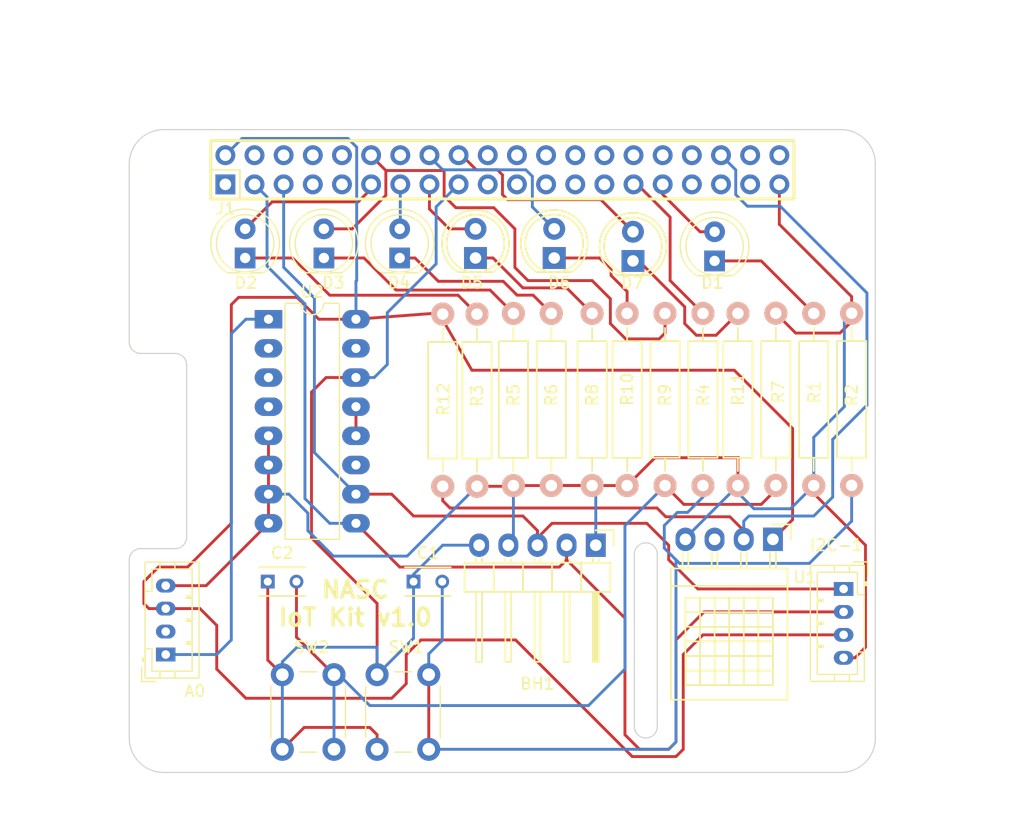
<source format=kicad_pcb>
(kicad_pcb (version 4) (host pcbnew 4.0.6)

  (general
    (links 65)
    (no_connects 0)
    (area 27.889999 27.881999 92.990001 83.982001)
    (thickness 1.6)
    (drawings 37)
    (tracks 289)
    (zones 0)
    (modules 33)
    (nets 26)
  )

  (page A4)
  (layers
    (0 F.Cu signal)
    (31 B.Cu signal)
    (32 B.Adhes user)
    (33 F.Adhes user)
    (34 B.Paste user)
    (35 F.Paste user)
    (36 B.SilkS user)
    (37 F.SilkS user)
    (38 B.Mask user)
    (39 F.Mask user)
    (40 Dwgs.User user)
    (41 Cmts.User user hide)
    (42 Eco1.User user)
    (43 Eco2.User user)
    (44 Edge.Cuts user)
    (45 Margin user)
    (46 B.CrtYd user)
    (47 F.CrtYd user)
    (48 B.Fab user)
    (49 F.Fab user)
  )

  (setup
    (last_trace_width 0.25)
    (user_trace_width 0.01)
    (user_trace_width 0.02)
    (user_trace_width 0.05)
    (user_trace_width 0.1)
    (user_trace_width 0.2)
    (trace_clearance 0.2)
    (zone_clearance 0.508)
    (zone_45_only no)
    (trace_min 0.02)
    (segment_width 0.2)
    (edge_width 0.1)
    (via_size 0.6)
    (via_drill 0.4)
    (via_min_size 0.4)
    (via_min_drill 0.3)
    (uvia_size 0.3)
    (uvia_drill 0.1)
    (uvias_allowed no)
    (uvia_min_size 0.2)
    (uvia_min_drill 0.1)
    (pcb_text_width 0.3)
    (pcb_text_size 1.5 1.5)
    (mod_edge_width 0.15)
    (mod_text_size 1 1)
    (mod_text_width 0.15)
    (pad_size 1.7272 2.032)
    (pad_drill 1.016)
    (pad_to_mask_clearance 0)
    (aux_axis_origin 24.0665 83.82)
    (visible_elements 7FFEFFFF)
    (pcbplotparams
      (layerselection 0x01130_80000001)
      (usegerberextensions false)
      (excludeedgelayer false)
      (linewidth 0.100000)
      (plotframeref false)
      (viasonmask false)
      (mode 1)
      (useauxorigin false)
      (hpglpennumber 1)
      (hpglpenspeed 20)
      (hpglpendiameter 15)
      (hpglpenoverlay 2)
      (psnegative false)
      (psa4output false)
      (plotreference true)
      (plotvalue true)
      (plotinvisibletext false)
      (padsonsilk false)
      (subtractmaskfromsilk true)
      (outputformat 1)
      (mirror false)
      (drillshape 0)
      (scaleselection 1)
      (outputdirectory "/Users/marco/Dropbox/NASC/IoT Kit/NASC IoT Kit v1.1/Gerber/"))
  )

  (net 0 "")
  (net 1 +5V)
  (net 2 GPIO5)
  (net 3 +3V3)
  (net 4 GPIO18)
  (net 5 GPIO6)
  (net 6 GPIO17)
  (net 7 GPIO23)
  (net 8 GPIO16)
  (net 9 GPIO03-SCL1-I2C)
  (net 10 GPIO02-SDA1-I2C)
  (net 11 GPIO27)
  (net 12 GPIO22)
  (net 13 GPIO24)
  (net 14 GNDD)
  (net 15 GNDA)
  (net 16 "Net-(D1-Pad1)")
  (net 17 "Net-(D2-Pad1)")
  (net 18 "Net-(D3-Pad1)")
  (net 19 "Net-(D4-Pad1)")
  (net 20 "Net-(D5-Pad1)")
  (net 21 "Net-(D6-Pad1)")
  (net 22 "Net-(D7-Pad1)")
  (net 23 "Net-(A0-Pad1)")
  (net 24 "Net-(C1-Pad2)")
  (net 25 "Net-(C2-Pad2)")

  (net_class Default "This is the default net class."
    (clearance 0.2)
    (trace_width 0.25)
    (via_dia 0.6)
    (via_drill 0.4)
    (uvia_dia 0.3)
    (uvia_drill 0.1)
    (add_net +3V3)
    (add_net +5V)
    (add_net GNDA)
    (add_net GNDD)
    (add_net GPIO02-SDA1-I2C)
    (add_net GPIO03-SCL1-I2C)
    (add_net GPIO16)
    (add_net GPIO17)
    (add_net GPIO18)
    (add_net GPIO22)
    (add_net GPIO23)
    (add_net GPIO24)
    (add_net GPIO27)
    (add_net GPIO5)
    (add_net GPIO6)
    (add_net "Net-(A0-Pad1)")
    (add_net "Net-(C1-Pad2)")
    (add_net "Net-(C2-Pad2)")
    (add_net "Net-(D1-Pad1)")
    (add_net "Net-(D2-Pad1)")
    (add_net "Net-(D3-Pad1)")
    (add_net "Net-(D4-Pad1)")
    (add_net "Net-(D5-Pad1)")
    (add_net "Net-(D6-Pad1)")
    (add_net "Net-(D7-Pad1)")
  )

  (module LEDs:LED-5MM (layer F.Cu) (tedit 59302B19) (tstamp 58FE1A6E)
    (at 71.8185 39.37 90)
    (descr "LED 5mm round vertical")
    (tags "LED 5mm round vertical")
    (path /58FDEE2F)
    (fp_text reference D7 (at -1.905 -0.0635 180) (layer F.SilkS)
      (effects (font (size 1 1) (thickness 0.15)))
    )
    (fp_text value "LED Rood" (at 1.524 -3.937 90) (layer F.Fab)
      (effects (font (size 1 1) (thickness 0.15)))
    )
    (fp_line (start -1.5 -1.55) (end -1.5 1.55) (layer F.CrtYd) (width 0.05))
    (fp_arc (start 1.3 0) (end -1.5 1.55) (angle -302) (layer F.CrtYd) (width 0.05))
    (fp_arc (start 1.27 0) (end -1.23 -1.5) (angle 297.5) (layer F.SilkS) (width 0.15))
    (fp_line (start -1.23 1.5) (end -1.23 -1.5) (layer F.SilkS) (width 0.15))
    (fp_circle (center 1.27 0) (end 0.97 -2.5) (layer F.SilkS) (width 0.15))
    (pad 1 thru_hole rect (at 0 0 180) (size 2 1.9) (drill 1.00076) (layers *.Cu *.Mask)
      (net 22 "Net-(D7-Pad1)"))
    (pad 2 thru_hole circle (at 2.54 0 90) (size 1.9 1.9) (drill 1.00076) (layers *.Cu *.Mask)
      (net 13 GPIO24))
    (model LEDs.3dshapes/LED_D3.0mm_FlatTop.wrl
      (at (xyz 0 0 0))
      (scale (xyz 0.393701 0.393701 0.393701))
      (rotate (xyz 0 0 0))
    )
  )

  (module Pin_Headers:Pin_Header_Angled_1x04 (layer F.Cu) (tedit 58F537CD) (tstamp 58F356B2)
    (at 84.0105 63.627 270)
    (descr "Through hole pin header")
    (tags "pin header")
    (path /58F3504B)
    (fp_text reference U1 (at 3.302 -2.794 360) (layer F.SilkS)
      (effects (font (size 1 1) (thickness 0.15)))
    )
    (fp_text value DHT11 (at 0 -3.1 270) (layer F.Fab)
      (effects (font (size 1 1) (thickness 0.15)))
    )
    (fp_line (start -1.905 8.89) (end -1.905 9.525) (layer F.CrtYd) (width 0.05))
    (fp_line (start -1.905 9.525) (end 14.605 9.525) (layer F.CrtYd) (width 0.05))
    (fp_line (start 14.605 9.525) (end 14.605 8.89) (layer F.CrtYd) (width 0.05))
    (fp_line (start 14.605 -1.905) (end 14.605 8.89) (layer F.CrtYd) (width 0.05))
    (fp_line (start 14.605 -1.905) (end -1.905 -1.905) (layer F.CrtYd) (width 0.05))
    (fp_line (start -1.905 -1.905) (end -1.905 8.89) (layer F.CrtYd) (width 0.05))
    (fp_line (start 5.08 3.81) (end 12.7 3.81) (layer F.SilkS) (width 0.15))
    (fp_line (start 12.7 2.54) (end 5.08 2.54) (layer F.SilkS) (width 0.15))
    (fp_line (start 5.08 5.08) (end 12.7 5.08) (layer F.SilkS) (width 0.15))
    (fp_line (start 12.7 6.35) (end 5.08 6.35) (layer F.SilkS) (width 0.15))
    (fp_line (start 5.08 1.27) (end 12.7 1.27) (layer F.SilkS) (width 0.15))
    (fp_line (start 6.35 0) (end 5.08 0) (layer F.SilkS) (width 0.15))
    (fp_line (start 5.08 0) (end 5.08 7.62) (layer F.SilkS) (width 0.15))
    (fp_line (start 5.08 7.62) (end 5.715 7.62) (layer F.SilkS) (width 0.15))
    (fp_line (start 6.35 0) (end 6.35 7.62) (layer F.SilkS) (width 0.15))
    (fp_line (start 7.62 0) (end 7.62 7.62) (layer F.SilkS) (width 0.15))
    (fp_line (start 8.89 0) (end 8.89 7.62) (layer F.SilkS) (width 0.15))
    (fp_line (start 11.43 0) (end 11.43 7.62) (layer F.SilkS) (width 0.15))
    (fp_line (start 11.43 7.62) (end 10.16 7.62) (layer F.SilkS) (width 0.15))
    (fp_line (start 10.16 7.62) (end 10.16 0) (layer F.SilkS) (width 0.15))
    (fp_line (start 6.35 0) (end 12.7 0) (layer F.SilkS) (width 0.15))
    (fp_line (start 12.7 0) (end 12.7 7.62) (layer F.SilkS) (width 0.15))
    (fp_line (start 12.7 7.62) (end 5.715 7.62) (layer F.SilkS) (width 0.15))
    (fp_line (start 1.4605 7.874) (end 2.4765 7.874) (layer F.SilkS) (width 0.15))
    (fp_line (start 1.4605 7.366) (end 2.54 7.366) (layer F.SilkS) (width 0.15))
    (fp_line (start 1.524 5.334) (end 2.4765 5.334) (layer F.SilkS) (width 0.15))
    (fp_line (start 1.4605 4.826) (end 2.54 4.826) (layer F.SilkS) (width 0.15))
    (fp_line (start 1.4605 2.794) (end 2.54 2.794) (layer F.SilkS) (width 0.15))
    (fp_line (start 1.4605 2.286) (end 2.4765 2.286) (layer F.SilkS) (width 0.15))
    (fp_line (start 1.4605 0.254) (end 2.4765 0.254) (layer F.SilkS) (width 0.15))
    (fp_line (start 1.397 -0.254) (end 2.54 -0.254) (layer F.SilkS) (width 0.15))
    (fp_line (start 2.54 -0.254) (end 1.524 -0.254) (layer F.SilkS) (width 0.15))
    (fp_line (start 2.54 -1.27) (end 2.54 8.89) (layer F.SilkS) (width 0.15))
    (fp_line (start 2.54 8.89) (end 13.97 8.89) (layer F.SilkS) (width 0.15))
    (fp_line (start 13.97 8.89) (end 13.97 -1.27) (layer F.SilkS) (width 0.15))
    (fp_line (start 13.97 -1.27) (end 2.54 -1.27) (layer F.SilkS) (width 0.15))
    (fp_line (start -1.3 -1.55) (end -1.3 0) (layer F.SilkS) (width 0.15))
    (fp_line (start 0 -1.55) (end -1.3 -1.55) (layer F.SilkS) (width 0.15))
    (fp_line (start 1.524 -0.254) (end 1.143 -0.254) (layer F.SilkS) (width 0.15))
    (fp_line (start 1.524 0.254) (end 1.143 0.254) (layer F.SilkS) (width 0.15))
    (fp_line (start 1.524 2.286) (end 1.143 2.286) (layer F.SilkS) (width 0.15))
    (fp_line (start 1.524 2.794) (end 1.143 2.794) (layer F.SilkS) (width 0.15))
    (fp_line (start 1.524 4.826) (end 1.143 4.826) (layer F.SilkS) (width 0.15))
    (fp_line (start 1.524 5.334) (end 1.143 5.334) (layer F.SilkS) (width 0.15))
    (fp_line (start 1.524 7.874) (end 1.143 7.874) (layer F.SilkS) (width 0.15))
    (fp_line (start 1.524 7.366) (end 1.143 7.366) (layer F.SilkS) (width 0.15))
    (fp_line (start 4.064 3.81) (end 4.064 1.27) (layer F.SilkS) (width 0.15))
    (fp_line (start 4.064 1.27) (end 4.064 -1.27) (layer F.SilkS) (width 0.15))
    (fp_line (start 4.064 8.89) (end 4.064 6.35) (layer F.SilkS) (width 0.15))
    (fp_line (start 4.064 6.35) (end 4.064 3.81) (layer F.SilkS) (width 0.15))
    (pad 1 thru_hole rect (at 0 0 270) (size 2.032 1.7272) (drill 1.016) (layers *.Cu *.Mask)
      (net 1 +5V))
    (pad 2 thru_hole oval (at 0 2.54 270) (size 2.032 1.7272) (drill 1.016) (layers *.Cu *.Mask)
      (net 8 GPIO16))
    (pad 3 thru_hole oval (at 0 5.08 270) (size 2.032 1.7272) (drill 1.016) (layers *.Cu *.Mask))
    (pad 4 thru_hole oval (at 0 7.62 270) (size 2.032 1.7272) (drill 1.016) (layers *.Cu *.Mask)
      (net 14 GNDD))
    (model Pin_Headers.3dshapes/Pin_Header_Angled_1x04.wrl
      (at (xyz 0 -0.15 0))
      (scale (xyz 1 1 1))
      (rotate (xyz 0 0 90))
    )
  )

  (module RPi_Hat:Samtec_HLE-120-02-XXX-DV-BE-XX-XX locked (layer F.Cu) (tedit 58F380B4) (tstamp 55174A29)
    (at 60.44 31.432 90)
    (path /58EB740B)
    (fp_text reference J1 (at -3.366 -24.118 180) (layer F.SilkS)
      (effects (font (size 1 1) (thickness 0.15)))
    )
    (fp_text value RPi_GPIO (at 5.08 0 360) (layer F.Fab)
      (effects (font (size 1 1) (thickness 0.15)))
    )
    (fp_line (start -2.54 -22.86) (end 0 -22.86) (layer F.SilkS) (width 0.15))
    (fp_line (start 0 -22.86) (end 0 -25.4) (layer F.SilkS) (width 0.15))
    (fp_line (start 2.54 25.4) (end -2.54 25.4) (layer F.SilkS) (width 0.254))
    (fp_line (start -2.54 25.4) (end -2.54 -25.4) (layer F.SilkS) (width 0.254))
    (fp_line (start -2.54 -25.4) (end 2.54 -25.4) (layer F.SilkS) (width 0.254))
    (fp_line (start 2.54 -25.4) (end 2.54 25.4) (layer F.SilkS) (width 0.254))
    (pad 23 thru_hole circle (at -1.27 3.81) (size 1.7272 1.7272) (drill 1.016) (layers *.Cu *.Mask))
    (pad 21 thru_hole circle (at -1.27 1.27) (size 1.7272 1.7272) (drill 1.016) (layers *.Cu *.Mask))
    (pad 25 thru_hole circle (at -1.27 6.35) (size 1.7272 1.7272) (drill 1.016) (layers *.Cu *.Mask))
    (pad 27 thru_hole circle (at -1.27 8.89) (size 1.7272 1.7272) (drill 1.016) (layers *.Cu *.Mask))
    (pad 35 thru_hole circle (at -1.27 19.05) (size 1.7272 1.7272) (drill 1.016) (layers *.Cu *.Mask))
    (pad 33 thru_hole circle (at -1.27 16.51) (size 1.7272 1.7272) (drill 1.016) (layers *.Cu *.Mask))
    (pad 29 thru_hole circle (at -1.27 11.43) (size 1.7272 1.7272) (drill 1.016) (layers *.Cu *.Mask)
      (net 2 GPIO5))
    (pad 31 thru_hole circle (at -1.27 13.97) (size 1.7272 1.7272) (drill 1.016) (layers *.Cu *.Mask)
      (net 5 GPIO6))
    (pad 37 thru_hole circle (at -1.27 21.59) (size 1.7272 1.7272) (drill 1.016) (layers *.Cu *.Mask))
    (pad 39 thru_hole circle (at -1.27 24.13) (size 1.7272 1.7272) (drill 1.016) (layers *.Cu *.Mask)
      (net 14 GNDD))
    (pad 19 thru_hole circle (at -1.27 -1.27) (size 1.7272 1.7272) (drill 1.016) (layers *.Cu *.Mask))
    (pad 17 thru_hole circle (at -1.27 -3.81) (size 1.7272 1.7272) (drill 1.016) (layers *.Cu *.Mask)
      (net 3 +3V3))
    (pad 11 thru_hole circle (at -1.27 -11.43) (size 1.7272 1.7272) (drill 1.016) (layers *.Cu *.Mask)
      (net 6 GPIO17))
    (pad 9 thru_hole circle (at -1.27 -13.97) (size 1.7272 1.7272) (drill 1.016) (layers *.Cu *.Mask))
    (pad 13 thru_hole circle (at -1.27 -8.89) (size 1.7272 1.7272) (drill 1.016) (layers *.Cu *.Mask)
      (net 11 GPIO27))
    (pad 15 thru_hole circle (at -1.27 -6.35) (size 1.7272 1.7272) (drill 1.016) (layers *.Cu *.Mask)
      (net 12 GPIO22))
    (pad 7 thru_hole circle (at -1.27 -16.51) (size 1.7272 1.7272) (drill 1.016) (layers *.Cu *.Mask))
    (pad 5 thru_hole circle (at -1.27 -19.05) (size 1.7272 1.7272) (drill 1.016) (layers *.Cu *.Mask)
      (net 9 GPIO03-SCL1-I2C))
    (pad 1 thru_hole rect (at -1.27 -24.13 90) (size 1.7272 1.7272) (drill 1.016) (layers *.Cu *.Mask))
    (pad 3 thru_hole circle (at -1.27 -21.59) (size 1.7272 1.7272) (drill 1.016) (layers *.Cu *.Mask)
      (net 10 GPIO02-SDA1-I2C))
    (pad 4 thru_hole circle (at 1.27 -21.59) (size 1.7272 1.7272) (drill 1.016) (layers *.Cu *.Mask))
    (pad 2 thru_hole circle (at 1.27 -24.13) (size 1.7272 1.7272) (drill 1.016) (layers *.Cu *.Mask)
      (net 1 +5V))
    (pad 6 thru_hole circle (at 1.27 -19.05) (size 1.7272 1.7272) (drill 1.016) (layers *.Cu *.Mask))
    (pad 8 thru_hole circle (at 1.27 -16.51) (size 1.7272 1.7272) (drill 1.016) (layers *.Cu *.Mask))
    (pad 16 thru_hole circle (at 1.27 -6.35) (size 1.7272 1.7272) (drill 1.016) (layers *.Cu *.Mask)
      (net 7 GPIO23))
    (pad 14 thru_hole circle (at 1.27 -8.89) (size 1.7272 1.7272) (drill 1.016) (layers *.Cu *.Mask))
    (pad 10 thru_hole circle (at 1.27 -13.97) (size 1.7272 1.7272) (drill 1.016) (layers *.Cu *.Mask))
    (pad 12 thru_hole circle (at 1.27 -11.43) (size 1.7272 1.7272) (drill 1.016) (layers *.Cu *.Mask)
      (net 4 GPIO18))
    (pad 18 thru_hole circle (at 1.27 -3.81) (size 1.7272 1.7272) (drill 1.016) (layers *.Cu *.Mask)
      (net 13 GPIO24))
    (pad 20 thru_hole circle (at 1.27 -1.27) (size 1.7272 1.7272) (drill 1.016) (layers *.Cu *.Mask))
    (pad 40 thru_hole circle (at 1.27 24.13) (size 1.7272 1.7272) (drill 1.016) (layers *.Cu *.Mask))
    (pad 38 thru_hole circle (at 1.27 21.59) (size 1.7272 1.7272) (drill 1.016) (layers *.Cu *.Mask))
    (pad 32 thru_hole circle (at 1.27 13.97) (size 1.7272 1.7272) (drill 1.016) (layers *.Cu *.Mask))
    (pad 30 thru_hole circle (at 1.27 11.43) (size 1.7272 1.7272) (drill 1.016) (layers *.Cu *.Mask))
    (pad 34 thru_hole circle (at 1.27 16.51) (size 1.7272 1.7272) (drill 1.016) (layers *.Cu *.Mask))
    (pad 36 thru_hole circle (at 1.27 19.05) (size 1.7272 1.7272) (drill 1.016) (layers *.Cu *.Mask)
      (net 8 GPIO16))
    (pad 28 thru_hole circle (at 1.27 8.89) (size 1.7272 1.7272) (drill 1.016) (layers *.Cu *.Mask))
    (pad 26 thru_hole circle (at 1.27 6.35) (size 1.7272 1.7272) (drill 1.016) (layers *.Cu *.Mask))
    (pad 22 thru_hole circle (at 1.27 1.27) (size 1.7272 1.7272) (drill 1.016) (layers *.Cu *.Mask))
    (pad 24 thru_hole circle (at 1.27 3.81) (size 1.7272 1.7272) (drill 1.016) (layers *.Cu *.Mask))
    (model "/Library/Application Support/kicad/packages3d/Pin_Headers.3dshapes/Pin_Header_Straight_2x20_Pitch2.54mm.wrl"
      (at (xyz 0 0 0))
      (scale (xyz 1 1 1))
      (rotate (xyz 0 0 90))
    )
  )

  (module RPi_Hat:RPi_Hat_Mounting_Hole locked (layer F.Cu) (tedit 55217C7B) (tstamp 5515DEA9)
    (at 89.44 31.432)
    (descr "Mounting hole, Befestigungsbohrung, 2,7mm, No Annular, Kein Restring,")
    (tags "Mounting hole, Befestigungsbohrung, 2,7mm, No Annular, Kein Restring,")
    (fp_text reference "" (at 0 -4.0005) (layer F.SilkS) hide
      (effects (font (size 1 1) (thickness 0.15)))
    )
    (fp_text value "" (at 0.09906 3.59918) (layer F.Fab) hide
      (effects (font (size 1 1) (thickness 0.15)))
    )
    (fp_circle (center 0 0) (end 1.375 0) (layer F.Fab) (width 0.15))
    (fp_circle (center 0 0) (end 3.1 0) (layer F.Fab) (width 0.15))
    (fp_circle (center 0 0) (end 3.1 0) (layer B.Fab) (width 0.15))
    (fp_circle (center 0 0) (end 1.375 0) (layer B.Fab) (width 0.15))
    (fp_circle (center 0 0) (end 3.1 0) (layer F.CrtYd) (width 0.15))
    (fp_circle (center 0 0) (end 3.1 0) (layer B.CrtYd) (width 0.15))
    (pad "" np_thru_hole circle (at 0 0) (size 2.75 2.75) (drill 2.75) (layers *.Cu *.Mask)
      (solder_mask_margin 1.725) (clearance 1.725))
  )

  (module RPi_Hat:RPi_Hat_Mounting_Hole locked (layer F.Cu) (tedit 55217CCB) (tstamp 55169DC9)
    (at 89.44 80.432)
    (descr "Mounting hole, Befestigungsbohrung, 2,7mm, No Annular, Kein Restring,")
    (tags "Mounting hole, Befestigungsbohrung, 2,7mm, No Annular, Kein Restring,")
    (fp_text reference "" (at 0 -4.0005) (layer F.SilkS) hide
      (effects (font (size 1 1) (thickness 0.15)))
    )
    (fp_text value "" (at 0.09906 3.59918) (layer F.Fab) hide
      (effects (font (size 1 1) (thickness 0.15)))
    )
    (fp_circle (center 0 0) (end 1.375 0) (layer F.Fab) (width 0.15))
    (fp_circle (center 0 0) (end 3.1 0) (layer F.Fab) (width 0.15))
    (fp_circle (center 0 0) (end 3.1 0) (layer B.Fab) (width 0.15))
    (fp_circle (center 0 0) (end 1.375 0) (layer B.Fab) (width 0.15))
    (fp_circle (center 0 0) (end 3.1 0) (layer F.CrtYd) (width 0.15))
    (fp_circle (center 0 0) (end 3.1 0) (layer B.CrtYd) (width 0.15))
    (pad "" np_thru_hole circle (at 0 0) (size 2.75 2.75) (drill 2.75) (layers *.Cu *.Mask)
      (solder_mask_margin 1.725) (clearance 1.725))
  )

  (module RPi_Hat:RPi_Hat_Mounting_Hole locked (layer F.Cu) (tedit 55217CB9) (tstamp 5515DECC)
    (at 31.44 80.432)
    (descr "Mounting hole, Befestigungsbohrung, 2,7mm, No Annular, Kein Restring,")
    (tags "Mounting hole, Befestigungsbohrung, 2,7mm, No Annular, Kein Restring,")
    (fp_text reference "" (at 0 -4.0005) (layer F.SilkS) hide
      (effects (font (size 1 1) (thickness 0.15)))
    )
    (fp_text value "" (at 0.09906 3.59918) (layer F.Fab) hide
      (effects (font (size 1 1) (thickness 0.15)))
    )
    (fp_circle (center 0 0) (end 1.375 0) (layer F.Fab) (width 0.15))
    (fp_circle (center 0 0) (end 3.1 0) (layer F.Fab) (width 0.15))
    (fp_circle (center 0 0) (end 3.1 0) (layer B.Fab) (width 0.15))
    (fp_circle (center 0 0) (end 1.375 0) (layer B.Fab) (width 0.15))
    (fp_circle (center 0 0) (end 3.1 0) (layer F.CrtYd) (width 0.15))
    (fp_circle (center 0 0) (end 3.1 0) (layer B.CrtYd) (width 0.15))
    (pad "" np_thru_hole circle (at 0 0) (size 2.75 2.75) (drill 2.75) (layers *.Cu *.Mask)
      (solder_mask_margin 1.725) (clearance 1.725))
  )

  (module RPi_Hat:RPi_Hat_Mounting_Hole locked (layer F.Cu) (tedit 55217CA2) (tstamp 5515DEBF)
    (at 31.44 31.432)
    (descr "Mounting hole, Befestigungsbohrung, 2,7mm, No Annular, Kein Restring,")
    (tags "Mounting hole, Befestigungsbohrung, 2,7mm, No Annular, Kein Restring,")
    (fp_text reference "" (at 0 -4.0005) (layer F.SilkS) hide
      (effects (font (size 1 1) (thickness 0.15)))
    )
    (fp_text value "" (at 0.09906 3.59918) (layer F.Fab) hide
      (effects (font (size 1 1) (thickness 0.15)))
    )
    (fp_circle (center 0 0) (end 1.375 0) (layer F.Fab) (width 0.15))
    (fp_circle (center 0 0) (end 3.1 0) (layer F.Fab) (width 0.15))
    (fp_circle (center 0 0) (end 3.1 0) (layer B.Fab) (width 0.15))
    (fp_circle (center 0 0) (end 1.375 0) (layer B.Fab) (width 0.15))
    (fp_circle (center 0 0) (end 3.1 0) (layer F.CrtYd) (width 0.15))
    (fp_circle (center 0 0) (end 3.1 0) (layer B.CrtYd) (width 0.15))
    (pad "" np_thru_hole circle (at 0 0) (size 2.75 2.75) (drill 2.75) (layers *.Cu *.Mask)
      (solder_mask_margin 1.725) (clearance 1.725))
  )

  (module Resistors_THT:Resistor_Horizontal_RM15mm (layer F.Cu) (tedit 593A5979) (tstamp 58F32383)
    (at 87.5665 43.942 270)
    (descr "Resistor, Axial, RM 15mm,")
    (tags "Resistor Axial RM 15mm")
    (path /58F3456D)
    (fp_text reference R1 (at 6.858 -0.0635 450) (layer F.SilkS)
      (effects (font (size 1 1) (thickness 0.15)))
    )
    (fp_text value 470 (at 7.5 4.0005 270) (layer F.Fab)
      (effects (font (size 1 1) (thickness 0.15)))
    )
    (fp_line (start -1.25 1.5) (end -1.25 -1.5) (layer F.CrtYd) (width 0.05))
    (fp_line (start -1.25 -1.5) (end 16.25 -1.5) (layer F.CrtYd) (width 0.05))
    (fp_line (start 16.25 -1.5) (end 16.25 1.5) (layer F.CrtYd) (width 0.05))
    (fp_line (start 16.25 1.5) (end -1.25 1.5) (layer F.CrtYd) (width 0.05))
    (fp_line (start 2.42 -1.27) (end 2.42 1.27) (layer F.SilkS) (width 0.15))
    (fp_line (start 2.42 1.27) (end 12.58 1.27) (layer F.SilkS) (width 0.15))
    (fp_line (start 12.58 1.27) (end 12.58 -1.27) (layer F.SilkS) (width 0.15))
    (fp_line (start 12.58 -1.27) (end 2.42 -1.27) (layer F.SilkS) (width 0.15))
    (fp_line (start 13.73 0) (end 12.58 0) (layer F.SilkS) (width 0.15))
    (fp_line (start 1.27 0) (end 2.42 0) (layer F.SilkS) (width 0.15))
    (pad 1 thru_hole circle (at 0 0 270) (size 1.99898 1.99898) (drill 1.00076) (layers *.Cu *.SilkS *.Mask)
      (net 16 "Net-(D1-Pad1)"))
    (pad 2 thru_hole circle (at 15 0 270) (size 1.99898 1.99898) (drill 1.00076) (layers *.Cu *.SilkS *.Mask)
      (net 14 GNDD))
    (model Resistors_ThroughHole.3dshapes/Resistor_Horizontal_RM15mm.wrl
      (at (xyz 0.295 0 0))
      (scale (xyz 0.395 0.4 0.4))
      (rotate (xyz 0 0 0))
    )
  )

  (module Resistors_THT:Resistor_Horizontal_RM15mm (layer F.Cu) (tedit 58FF4FD7) (tstamp 58F32393)
    (at 90.8685 58.928 90)
    (descr "Resistor, Axial, RM 15mm,")
    (tags "Resistor Axial RM 15mm")
    (path /58EC772D)
    (fp_text reference R2 (at 7.874 0 270) (layer F.SilkS)
      (effects (font (size 1 1) (thickness 0.15)))
    )
    (fp_text value 10K (at 7.5 4.0005 90) (layer F.Fab)
      (effects (font (size 1 1) (thickness 0.15)))
    )
    (fp_line (start -1.25 1.5) (end -1.25 -1.5) (layer F.CrtYd) (width 0.05))
    (fp_line (start -1.25 -1.5) (end 16.25 -1.5) (layer F.CrtYd) (width 0.05))
    (fp_line (start 16.25 -1.5) (end 16.25 1.5) (layer F.CrtYd) (width 0.05))
    (fp_line (start 16.25 1.5) (end -1.25 1.5) (layer F.CrtYd) (width 0.05))
    (fp_line (start 2.42 -1.27) (end 2.42 1.27) (layer F.SilkS) (width 0.15))
    (fp_line (start 2.42 1.27) (end 12.58 1.27) (layer F.SilkS) (width 0.15))
    (fp_line (start 12.58 1.27) (end 12.58 -1.27) (layer F.SilkS) (width 0.15))
    (fp_line (start 12.58 -1.27) (end 2.42 -1.27) (layer F.SilkS) (width 0.15))
    (fp_line (start 13.73 0) (end 12.58 0) (layer F.SilkS) (width 0.15))
    (fp_line (start 1.27 0) (end 2.42 0) (layer F.SilkS) (width 0.15))
    (pad 1 thru_hole circle (at 0 0 90) (size 1.99898 1.99898) (drill 1.00076) (layers *.Cu *.SilkS *.Mask)
      (net 24 "Net-(C1-Pad2)"))
    (pad 2 thru_hole circle (at 15 0 90) (size 1.99898 1.99898) (drill 1.00076) (layers *.Cu *.SilkS *.Mask)
      (net 14 GNDD))
    (model Resistors_ThroughHole.3dshapes/Resistor_Horizontal_RM15mm.wrl
      (at (xyz 0.295 0 0))
      (scale (xyz 0.395 0.4 0.4))
      (rotate (xyz 0 0 0))
    )
  )

  (module Resistors_THT:Resistor_Horizontal_RM15mm (layer F.Cu) (tedit 58FF4F97) (tstamp 58F323A3)
    (at 58.2295 44.0055 270)
    (descr "Resistor, Axial, RM 15mm,")
    (tags "Resistor Axial RM 15mm")
    (path /58F3496D)
    (fp_text reference R3 (at 7.112 0 450) (layer F.SilkS)
      (effects (font (size 1 1) (thickness 0.15)))
    )
    (fp_text value 470 (at 7.5 4.0005 270) (layer F.Fab)
      (effects (font (size 1 1) (thickness 0.15)))
    )
    (fp_line (start -1.25 1.5) (end -1.25 -1.5) (layer F.CrtYd) (width 0.05))
    (fp_line (start -1.25 -1.5) (end 16.25 -1.5) (layer F.CrtYd) (width 0.05))
    (fp_line (start 16.25 -1.5) (end 16.25 1.5) (layer F.CrtYd) (width 0.05))
    (fp_line (start 16.25 1.5) (end -1.25 1.5) (layer F.CrtYd) (width 0.05))
    (fp_line (start 2.42 -1.27) (end 2.42 1.27) (layer F.SilkS) (width 0.15))
    (fp_line (start 2.42 1.27) (end 12.58 1.27) (layer F.SilkS) (width 0.15))
    (fp_line (start 12.58 1.27) (end 12.58 -1.27) (layer F.SilkS) (width 0.15))
    (fp_line (start 12.58 -1.27) (end 2.42 -1.27) (layer F.SilkS) (width 0.15))
    (fp_line (start 13.73 0) (end 12.58 0) (layer F.SilkS) (width 0.15))
    (fp_line (start 1.27 0) (end 2.42 0) (layer F.SilkS) (width 0.15))
    (pad 1 thru_hole circle (at 0 0 270) (size 1.99898 1.99898) (drill 1.00076) (layers *.Cu *.SilkS *.Mask)
      (net 17 "Net-(D2-Pad1)"))
    (pad 2 thru_hole circle (at 15 0 270) (size 1.99898 1.99898) (drill 1.00076) (layers *.Cu *.SilkS *.Mask)
      (net 14 GNDD))
    (model Resistors_THT.3dshapes/R_Axial_DIN0309_L9.0mm_D3.2mm_P12.70mm_Horizontal.wrl
      (at (xyz 0 0 0))
      (scale (xyz 0.395 0.4 0.4))
      (rotate (xyz 0 0 0))
    )
  )

  (module Resistors_THT:Resistor_Horizontal_RM15mm (layer F.Cu) (tedit 58FF500D) (tstamp 58F323B3)
    (at 77.9145 43.942 270)
    (descr "Resistor, Axial, RM 15mm,")
    (tags "Resistor Axial RM 15mm")
    (path /58EC774A)
    (fp_text reference R4 (at 7.112 0 450) (layer F.SilkS)
      (effects (font (size 1 1) (thickness 0.15)))
    )
    (fp_text value 1K (at 7.5 4.0005 270) (layer F.Fab)
      (effects (font (size 1 1) (thickness 0.15)))
    )
    (fp_line (start -1.25 1.5) (end -1.25 -1.5) (layer F.CrtYd) (width 0.05))
    (fp_line (start -1.25 -1.5) (end 16.25 -1.5) (layer F.CrtYd) (width 0.05))
    (fp_line (start 16.25 -1.5) (end 16.25 1.5) (layer F.CrtYd) (width 0.05))
    (fp_line (start 16.25 1.5) (end -1.25 1.5) (layer F.CrtYd) (width 0.05))
    (fp_line (start 2.42 -1.27) (end 2.42 1.27) (layer F.SilkS) (width 0.15))
    (fp_line (start 2.42 1.27) (end 12.58 1.27) (layer F.SilkS) (width 0.15))
    (fp_line (start 12.58 1.27) (end 12.58 -1.27) (layer F.SilkS) (width 0.15))
    (fp_line (start 12.58 -1.27) (end 2.42 -1.27) (layer F.SilkS) (width 0.15))
    (fp_line (start 13.73 0) (end 12.58 0) (layer F.SilkS) (width 0.15))
    (fp_line (start 1.27 0) (end 2.42 0) (layer F.SilkS) (width 0.15))
    (pad 1 thru_hole circle (at 0 0 270) (size 1.99898 1.99898) (drill 1.00076) (layers *.Cu *.SilkS *.Mask)
      (net 2 GPIO5))
    (pad 2 thru_hole circle (at 15 0 270) (size 1.99898 1.99898) (drill 1.00076) (layers *.Cu *.SilkS *.Mask)
      (net 24 "Net-(C1-Pad2)"))
    (model Resistors_ThroughHole.3dshapes/Resistor_Horizontal_RM15mm.wrl
      (at (xyz 0.295 0 0))
      (scale (xyz 0.395 0.4 0.4))
      (rotate (xyz 0 0 0))
    )
  )

  (module Buttons_Switches_THT:SW_PUSH_6mm_h9.5mm (layer F.Cu) (tedit 59302B4A) (tstamp 58F323D1)
    (at 49.53 81.915 90)
    (descr "tactile push button, 6x6mm e.g. PHAP33xx series, height=9.5mm")
    (tags "tact sw push 6mm")
    (path /58F320AE)
    (fp_text reference SW1 (at 8.89 2.54 180) (layer F.SilkS)
      (effects (font (size 1 1) (thickness 0.15)))
    )
    (fp_text value SW_Push (at 3.75 6.7 90) (layer F.Fab)
      (effects (font (size 1 1) (thickness 0.15)))
    )
    (fp_line (start 3.25 -0.75) (end 6.25 -0.75) (layer F.Fab) (width 0.1))
    (fp_line (start 6.25 -0.75) (end 6.25 5.25) (layer F.Fab) (width 0.1))
    (fp_line (start 6.25 5.25) (end 0.25 5.25) (layer F.Fab) (width 0.1))
    (fp_line (start 0.25 5.25) (end 0.25 -0.75) (layer F.Fab) (width 0.1))
    (fp_line (start 0.25 -0.75) (end 3.25 -0.75) (layer F.Fab) (width 0.1))
    (fp_line (start 7.75 6) (end 8 6) (layer F.CrtYd) (width 0.05))
    (fp_line (start 8 6) (end 8 5.75) (layer F.CrtYd) (width 0.05))
    (fp_line (start 7.75 -1.5) (end 8 -1.5) (layer F.CrtYd) (width 0.05))
    (fp_line (start 8 -1.5) (end 8 -1.25) (layer F.CrtYd) (width 0.05))
    (fp_line (start -1.5 -1.25) (end -1.5 -1.5) (layer F.CrtYd) (width 0.05))
    (fp_line (start -1.5 -1.5) (end -1.25 -1.5) (layer F.CrtYd) (width 0.05))
    (fp_line (start -1.5 5.75) (end -1.5 6) (layer F.CrtYd) (width 0.05))
    (fp_line (start -1.5 6) (end -1.25 6) (layer F.CrtYd) (width 0.05))
    (fp_line (start -1.25 -1.5) (end 7.75 -1.5) (layer F.CrtYd) (width 0.05))
    (fp_line (start -1.5 5.75) (end -1.5 -1.25) (layer F.CrtYd) (width 0.05))
    (fp_line (start 7.75 6) (end -1.25 6) (layer F.CrtYd) (width 0.05))
    (fp_line (start 8 -1.25) (end 8 5.75) (layer F.CrtYd) (width 0.05))
    (fp_line (start 1 5.5) (end 5.5 5.5) (layer F.SilkS) (width 0.12))
    (fp_line (start -0.25 1.5) (end -0.25 3) (layer F.SilkS) (width 0.12))
    (fp_line (start 5.5 -1) (end 1 -1) (layer F.SilkS) (width 0.12))
    (fp_line (start 6.75 3) (end 6.75 1.5) (layer F.SilkS) (width 0.12))
    (fp_circle (center 3.25 2.25) (end 1.25 2.5) (layer F.Fab) (width 0.1))
    (pad 2 thru_hole circle (at 0 4.5 180) (size 2 2) (drill 1.1) (layers *.Cu *.Mask)
      (net 24 "Net-(C1-Pad2)"))
    (pad 1 thru_hole circle (at 0 0 180) (size 2 2) (drill 1.1) (layers *.Cu *.Mask)
      (net 3 +3V3))
    (pad 2 thru_hole circle (at 6.5 4.5 180) (size 2 2) (drill 1.1) (layers *.Cu *.Mask)
      (net 24 "Net-(C1-Pad2)"))
    (pad 1 thru_hole circle (at 6.5 0 180) (size 2 2) (drill 1.1) (layers *.Cu *.Mask)
      (net 3 +3V3))
    (model Buttons_Switches_THT.3dshapes/SW_PUSH_6mm_h9.5mm.wrl
      (at (xyz 0.005 0 0))
      (scale (xyz 0.3937 0.3937 0.3937))
      (rotate (xyz 0 0 0))
    )
  )

  (module Buttons_Switches_THT:SW_PUSH_6mm_h9.5mm (layer F.Cu) (tedit 59302B43) (tstamp 58F323EF)
    (at 41.275 81.915 90)
    (descr "tactile push button, 6x6mm e.g. PHAP33xx series, height=9.5mm")
    (tags "tact sw push 6mm")
    (path /58F32243)
    (fp_text reference SW2 (at 8.89 2.54 180) (layer F.SilkS)
      (effects (font (size 1 1) (thickness 0.15)))
    )
    (fp_text value SW_Push (at 3.75 6.7 90) (layer F.Fab)
      (effects (font (size 1 1) (thickness 0.15)))
    )
    (fp_line (start 3.25 -0.75) (end 6.25 -0.75) (layer F.Fab) (width 0.1))
    (fp_line (start 6.25 -0.75) (end 6.25 5.25) (layer F.Fab) (width 0.1))
    (fp_line (start 6.25 5.25) (end 0.25 5.25) (layer F.Fab) (width 0.1))
    (fp_line (start 0.25 5.25) (end 0.25 -0.75) (layer F.Fab) (width 0.1))
    (fp_line (start 0.25 -0.75) (end 3.25 -0.75) (layer F.Fab) (width 0.1))
    (fp_line (start 7.75 6) (end 8 6) (layer F.CrtYd) (width 0.05))
    (fp_line (start 8 6) (end 8 5.75) (layer F.CrtYd) (width 0.05))
    (fp_line (start 7.75 -1.5) (end 8 -1.5) (layer F.CrtYd) (width 0.05))
    (fp_line (start 8 -1.5) (end 8 -1.25) (layer F.CrtYd) (width 0.05))
    (fp_line (start -1.5 -1.25) (end -1.5 -1.5) (layer F.CrtYd) (width 0.05))
    (fp_line (start -1.5 -1.5) (end -1.25 -1.5) (layer F.CrtYd) (width 0.05))
    (fp_line (start -1.5 5.75) (end -1.5 6) (layer F.CrtYd) (width 0.05))
    (fp_line (start -1.5 6) (end -1.25 6) (layer F.CrtYd) (width 0.05))
    (fp_line (start -1.25 -1.5) (end 7.75 -1.5) (layer F.CrtYd) (width 0.05))
    (fp_line (start -1.5 5.75) (end -1.5 -1.25) (layer F.CrtYd) (width 0.05))
    (fp_line (start 7.75 6) (end -1.25 6) (layer F.CrtYd) (width 0.05))
    (fp_line (start 8 -1.25) (end 8 5.75) (layer F.CrtYd) (width 0.05))
    (fp_line (start 1 5.5) (end 5.5 5.5) (layer F.SilkS) (width 0.12))
    (fp_line (start -0.25 1.5) (end -0.25 3) (layer F.SilkS) (width 0.12))
    (fp_line (start 5.5 -1) (end 1 -1) (layer F.SilkS) (width 0.12))
    (fp_line (start 6.75 3) (end 6.75 1.5) (layer F.SilkS) (width 0.12))
    (fp_circle (center 3.25 2.25) (end 1.25 2.5) (layer F.Fab) (width 0.1))
    (pad 2 thru_hole circle (at 0 4.5 180) (size 2 2) (drill 1.1) (layers *.Cu *.Mask)
      (net 25 "Net-(C2-Pad2)"))
    (pad 1 thru_hole circle (at 0 0 180) (size 2 2) (drill 1.1) (layers *.Cu *.Mask)
      (net 3 +3V3))
    (pad 2 thru_hole circle (at 6.5 4.5 180) (size 2 2) (drill 1.1) (layers *.Cu *.Mask)
      (net 25 "Net-(C2-Pad2)"))
    (pad 1 thru_hole circle (at 6.5 0 180) (size 2 2) (drill 1.1) (layers *.Cu *.Mask)
      (net 3 +3V3))
    (model Buttons_Switches_THT.3dshapes/SW_PUSH_6mm_h9.5mm.wrl
      (at (xyz 0.005 0 0))
      (scale (xyz 0.3937 0.3937 0.3937))
      (rotate (xyz 0 0 0))
    )
  )

  (module LEDs:LED_D5.0mm (layer F.Cu) (tedit 59302AF7) (tstamp 58F345A3)
    (at 78.9305 39.37 90)
    (descr "LED, diameter 5.0mm, 2 pins, http://cdn-reichelt.de/documents/datenblatt/A500/LL-504BC2E-009.pdf")
    (tags "LED diameter 5.0mm 2 pins")
    (path /58F3465B)
    (fp_text reference D1 (at -1.905 -0.1905 180) (layer F.SilkS)
      (effects (font (size 1 1) (thickness 0.15)))
    )
    (fp_text value "LED Geel" (at 1.27 3.96 90) (layer F.Fab)
      (effects (font (size 1 1) (thickness 0.15)))
    )
    (fp_arc (start 1.27 0) (end -1.23 -1.469694) (angle 299.1) (layer F.Fab) (width 0.1))
    (fp_arc (start 1.27 0) (end -1.29 -1.54483) (angle 148.9) (layer F.SilkS) (width 0.12))
    (fp_arc (start 1.27 0) (end -1.29 1.54483) (angle -148.9) (layer F.SilkS) (width 0.12))
    (fp_circle (center 1.27 0) (end 3.77 0) (layer F.Fab) (width 0.1))
    (fp_circle (center 1.27 0) (end 3.77 0) (layer F.SilkS) (width 0.12))
    (fp_line (start -1.23 -1.469694) (end -1.23 1.469694) (layer F.Fab) (width 0.1))
    (fp_line (start -1.29 -1.545) (end -1.29 1.545) (layer F.SilkS) (width 0.12))
    (fp_line (start -1.95 -3.25) (end -1.95 3.25) (layer F.CrtYd) (width 0.05))
    (fp_line (start -1.95 3.25) (end 4.5 3.25) (layer F.CrtYd) (width 0.05))
    (fp_line (start 4.5 3.25) (end 4.5 -3.25) (layer F.CrtYd) (width 0.05))
    (fp_line (start 4.5 -3.25) (end -1.95 -3.25) (layer F.CrtYd) (width 0.05))
    (pad 1 thru_hole rect (at 0 0 90) (size 1.8 1.8) (drill 0.9) (layers *.Cu *.Mask)
      (net 16 "Net-(D1-Pad1)"))
    (pad 2 thru_hole circle (at 2.54 0 90) (size 1.8 1.8) (drill 0.9) (layers *.Cu *.Mask)
      (net 5 GPIO6))
    (model LEDs.3dshapes/LED_D3.0mm_FlatTop.wrl
      (at (xyz 0 0 0))
      (scale (xyz 0.393701 0.393701 0.393701))
      (rotate (xyz 0 0 0))
    )
  )

  (module Resistors_THT:Resistor_Horizontal_RM15mm (layer F.Cu) (tedit 58FF4F88) (tstamp 58F345B3)
    (at 61.4045 43.942 270)
    (descr "Resistor, Axial, RM 15mm,")
    (tags "Resistor Axial RM 15mm")
    (path /58F34A28)
    (fp_text reference R5 (at 7.112 0 450) (layer F.SilkS)
      (effects (font (size 1 1) (thickness 0.15)))
    )
    (fp_text value 470 (at 7.5 4.0005 270) (layer F.Fab)
      (effects (font (size 1 1) (thickness 0.15)))
    )
    (fp_line (start -1.25 1.5) (end -1.25 -1.5) (layer F.CrtYd) (width 0.05))
    (fp_line (start -1.25 -1.5) (end 16.25 -1.5) (layer F.CrtYd) (width 0.05))
    (fp_line (start 16.25 -1.5) (end 16.25 1.5) (layer F.CrtYd) (width 0.05))
    (fp_line (start 16.25 1.5) (end -1.25 1.5) (layer F.CrtYd) (width 0.05))
    (fp_line (start 2.42 -1.27) (end 2.42 1.27) (layer F.SilkS) (width 0.15))
    (fp_line (start 2.42 1.27) (end 12.58 1.27) (layer F.SilkS) (width 0.15))
    (fp_line (start 12.58 1.27) (end 12.58 -1.27) (layer F.SilkS) (width 0.15))
    (fp_line (start 12.58 -1.27) (end 2.42 -1.27) (layer F.SilkS) (width 0.15))
    (fp_line (start 13.73 0) (end 12.58 0) (layer F.SilkS) (width 0.15))
    (fp_line (start 1.27 0) (end 2.42 0) (layer F.SilkS) (width 0.15))
    (pad 1 thru_hole circle (at 0 0 270) (size 1.99898 1.99898) (drill 1.00076) (layers *.Cu *.SilkS *.Mask)
      (net 18 "Net-(D3-Pad1)"))
    (pad 2 thru_hole circle (at 15 0 270) (size 1.99898 1.99898) (drill 1.00076) (layers *.Cu *.SilkS *.Mask)
      (net 14 GNDD))
    (model Resistors_ThroughHole.3dshapes/Resistor_Horizontal_RM15mm.wrl
      (at (xyz 0.295 0 0))
      (scale (xyz 0.395 0.4 0.4))
      (rotate (xyz 0 0 0))
    )
  )

  (module LEDs:LED_D5.0mm (layer F.Cu) (tedit 59302AED) (tstamp 58F349EA)
    (at 38.0365 39.116 90)
    (descr "LED, diameter 5.0mm, 2 pins, http://cdn-reichelt.de/documents/datenblatt/A500/LL-504BC2E-009.pdf")
    (tags "LED diameter 5.0mm 2 pins")
    (path /58F34973)
    (fp_text reference D2 (at -2.159 0.0635 180) (layer F.SilkS)
      (effects (font (size 1 1) (thickness 0.15)))
    )
    (fp_text value "LED Groen" (at 1.27 3.96 90) (layer F.Fab)
      (effects (font (size 1 1) (thickness 0.15)))
    )
    (fp_arc (start 1.27 0) (end -1.23 -1.469694) (angle 299.1) (layer F.Fab) (width 0.1))
    (fp_arc (start 1.27 0) (end -1.29 -1.54483) (angle 148.9) (layer F.SilkS) (width 0.12))
    (fp_arc (start 1.27 0) (end -1.29 1.54483) (angle -148.9) (layer F.SilkS) (width 0.12))
    (fp_circle (center 1.27 0) (end 3.77 0) (layer F.Fab) (width 0.1))
    (fp_circle (center 1.27 0) (end 3.77 0) (layer F.SilkS) (width 0.12))
    (fp_line (start -1.23 -1.469694) (end -1.23 1.469694) (layer F.Fab) (width 0.1))
    (fp_line (start -1.29 -1.545) (end -1.29 1.545) (layer F.SilkS) (width 0.12))
    (fp_line (start -1.95 -3.25) (end -1.95 3.25) (layer F.CrtYd) (width 0.05))
    (fp_line (start -1.95 3.25) (end 4.5 3.25) (layer F.CrtYd) (width 0.05))
    (fp_line (start 4.5 3.25) (end 4.5 -3.25) (layer F.CrtYd) (width 0.05))
    (fp_line (start 4.5 -3.25) (end -1.95 -3.25) (layer F.CrtYd) (width 0.05))
    (pad 1 thru_hole rect (at 0 0 90) (size 1.8 1.8) (drill 0.9) (layers *.Cu *.Mask)
      (net 17 "Net-(D2-Pad1)"))
    (pad 2 thru_hole circle (at 2.54 0 90) (size 1.8 1.8) (drill 0.9) (layers *.Cu *.Mask)
      (net 6 GPIO17))
    (model LEDs.3dshapes/LED_D3.0mm_FlatTop.wrl
      (at (xyz 0 0 0))
      (scale (xyz 0.393701 0.393701 0.393701))
      (rotate (xyz 0 0 0))
    )
  )

  (module LEDs:LED_D5.0mm (layer F.Cu) (tedit 59302AE8) (tstamp 58F349FB)
    (at 44.8945 39.116 90)
    (descr "LED, diameter 5.0mm, 2 pins, http://cdn-reichelt.de/documents/datenblatt/A500/LL-504BC2E-009.pdf")
    (tags "LED diameter 5.0mm 2 pins")
    (path /58F34A2E)
    (fp_text reference D3 (at -2.159 0.8255 180) (layer F.SilkS)
      (effects (font (size 1 1) (thickness 0.15)))
    )
    (fp_text value "LED Rood" (at 1.27 3.96 90) (layer F.Fab)
      (effects (font (size 1 1) (thickness 0.15)))
    )
    (fp_arc (start 1.27 0) (end -1.23 -1.469694) (angle 299.1) (layer F.Fab) (width 0.1))
    (fp_arc (start 1.27 0) (end -1.29 -1.54483) (angle 148.9) (layer F.SilkS) (width 0.12))
    (fp_arc (start 1.27 0) (end -1.29 1.54483) (angle -148.9) (layer F.SilkS) (width 0.12))
    (fp_circle (center 1.27 0) (end 3.77 0) (layer F.Fab) (width 0.1))
    (fp_circle (center 1.27 0) (end 3.77 0) (layer F.SilkS) (width 0.12))
    (fp_line (start -1.23 -1.469694) (end -1.23 1.469694) (layer F.Fab) (width 0.1))
    (fp_line (start -1.29 -1.545) (end -1.29 1.545) (layer F.SilkS) (width 0.12))
    (fp_line (start -1.95 -3.25) (end -1.95 3.25) (layer F.CrtYd) (width 0.05))
    (fp_line (start -1.95 3.25) (end 4.5 3.25) (layer F.CrtYd) (width 0.05))
    (fp_line (start 4.5 3.25) (end 4.5 -3.25) (layer F.CrtYd) (width 0.05))
    (fp_line (start 4.5 -3.25) (end -1.95 -3.25) (layer F.CrtYd) (width 0.05))
    (pad 1 thru_hole rect (at 0 0 90) (size 1.8 1.8) (drill 0.9) (layers *.Cu *.Mask)
      (net 18 "Net-(D3-Pad1)"))
    (pad 2 thru_hole circle (at 2.54 0 90) (size 1.8 1.8) (drill 0.9) (layers *.Cu *.Mask)
      (net 4 GPIO18))
    (model LEDs.3dshapes/LED_D3.0mm_FlatTop.wrl
      (at (xyz 0 0 0))
      (scale (xyz 0.393701 0.393701 0.393701))
      (rotate (xyz 0 0 0))
    )
  )

  (module LEDs:LED_D5.0mm (layer F.Cu) (tedit 59302AE0) (tstamp 58F34A0C)
    (at 51.4985 39.116 90)
    (descr "LED, diameter 5.0mm, 2 pins, http://cdn-reichelt.de/documents/datenblatt/A500/LL-504BC2E-009.pdf")
    (tags "LED diameter 5.0mm 2 pins")
    (path /58F34AEB)
    (fp_text reference D4 (at -2.159 -0.0635 180) (layer F.SilkS)
      (effects (font (size 1 1) (thickness 0.15)))
    )
    (fp_text value "LED Rood" (at 1.27 3.96 90) (layer F.Fab)
      (effects (font (size 1 1) (thickness 0.15)))
    )
    (fp_arc (start 1.27 0) (end -1.23 -1.469694) (angle 299.1) (layer F.Fab) (width 0.1))
    (fp_arc (start 1.27 0) (end -1.29 -1.54483) (angle 148.9) (layer F.SilkS) (width 0.12))
    (fp_arc (start 1.27 0) (end -1.29 1.54483) (angle -148.9) (layer F.SilkS) (width 0.12))
    (fp_circle (center 1.27 0) (end 3.77 0) (layer F.Fab) (width 0.1))
    (fp_circle (center 1.27 0) (end 3.77 0) (layer F.SilkS) (width 0.12))
    (fp_line (start -1.23 -1.469694) (end -1.23 1.469694) (layer F.Fab) (width 0.1))
    (fp_line (start -1.29 -1.545) (end -1.29 1.545) (layer F.SilkS) (width 0.12))
    (fp_line (start -1.95 -3.25) (end -1.95 3.25) (layer F.CrtYd) (width 0.05))
    (fp_line (start -1.95 3.25) (end 4.5 3.25) (layer F.CrtYd) (width 0.05))
    (fp_line (start 4.5 3.25) (end 4.5 -3.25) (layer F.CrtYd) (width 0.05))
    (fp_line (start 4.5 -3.25) (end -1.95 -3.25) (layer F.CrtYd) (width 0.05))
    (pad 1 thru_hole rect (at 0 0 90) (size 1.8 1.8) (drill 0.9) (layers *.Cu *.Mask)
      (net 19 "Net-(D4-Pad1)"))
    (pad 2 thru_hole circle (at 2.54 0 90) (size 1.8 1.8) (drill 0.9) (layers *.Cu *.Mask)
      (net 11 GPIO27))
    (model LEDs.3dshapes/LED_D3.0mm_FlatTop.wrl
      (at (xyz 0 0 0))
      (scale (xyz 0.393701 0.393701 0.393701))
      (rotate (xyz 0 0 0))
    )
  )

  (module Resistors_THT:Resistor_Horizontal_RM15mm (layer F.Cu) (tedit 58FF4FC2) (tstamp 58F34A1C)
    (at 64.7065 43.942 270)
    (descr "Resistor, Axial, RM 15mm,")
    (tags "Resistor Axial RM 15mm")
    (path /58F34AE5)
    (fp_text reference R6 (at 7.112 0 450) (layer F.SilkS)
      (effects (font (size 1 1) (thickness 0.15)))
    )
    (fp_text value 470 (at 7.5 4.0005 270) (layer F.Fab)
      (effects (font (size 1 1) (thickness 0.15)))
    )
    (fp_line (start -1.25 1.5) (end -1.25 -1.5) (layer F.CrtYd) (width 0.05))
    (fp_line (start -1.25 -1.5) (end 16.25 -1.5) (layer F.CrtYd) (width 0.05))
    (fp_line (start 16.25 -1.5) (end 16.25 1.5) (layer F.CrtYd) (width 0.05))
    (fp_line (start 16.25 1.5) (end -1.25 1.5) (layer F.CrtYd) (width 0.05))
    (fp_line (start 2.42 -1.27) (end 2.42 1.27) (layer F.SilkS) (width 0.15))
    (fp_line (start 2.42 1.27) (end 12.58 1.27) (layer F.SilkS) (width 0.15))
    (fp_line (start 12.58 1.27) (end 12.58 -1.27) (layer F.SilkS) (width 0.15))
    (fp_line (start 12.58 -1.27) (end 2.42 -1.27) (layer F.SilkS) (width 0.15))
    (fp_line (start 13.73 0) (end 12.58 0) (layer F.SilkS) (width 0.15))
    (fp_line (start 1.27 0) (end 2.42 0) (layer F.SilkS) (width 0.15))
    (pad 1 thru_hole circle (at 0 0 270) (size 1.99898 1.99898) (drill 1.00076) (layers *.Cu *.SilkS *.Mask)
      (net 19 "Net-(D4-Pad1)"))
    (pad 2 thru_hole circle (at 15 0 270) (size 1.99898 1.99898) (drill 1.00076) (layers *.Cu *.SilkS *.Mask)
      (net 14 GNDD))
    (model Resistors_ThroughHole.3dshapes/Resistor_Horizontal_RM15mm.wrl
      (at (xyz 0.295 0 0))
      (scale (xyz 0.395 0.4 0.4))
      (rotate (xyz 0 0 0))
    )
  )

  (module Resistors_THT:Resistor_Horizontal_RM15mm (layer F.Cu) (tedit 593A5975) (tstamp 58F34A2C)
    (at 84.2645 58.928 90)
    (descr "Resistor, Axial, RM 15mm,")
    (tags "Resistor Axial RM 15mm")
    (path /58F3222D)
    (fp_text reference R7 (at 8.128 0.1905 270) (layer F.SilkS)
      (effects (font (size 1 1) (thickness 0.15)))
    )
    (fp_text value 10K (at 7.5 4.0005 90) (layer F.Fab)
      (effects (font (size 1 1) (thickness 0.15)))
    )
    (fp_line (start -1.25 1.5) (end -1.25 -1.5) (layer F.CrtYd) (width 0.05))
    (fp_line (start -1.25 -1.5) (end 16.25 -1.5) (layer F.CrtYd) (width 0.05))
    (fp_line (start 16.25 -1.5) (end 16.25 1.5) (layer F.CrtYd) (width 0.05))
    (fp_line (start 16.25 1.5) (end -1.25 1.5) (layer F.CrtYd) (width 0.05))
    (fp_line (start 2.42 -1.27) (end 2.42 1.27) (layer F.SilkS) (width 0.15))
    (fp_line (start 2.42 1.27) (end 12.58 1.27) (layer F.SilkS) (width 0.15))
    (fp_line (start 12.58 1.27) (end 12.58 -1.27) (layer F.SilkS) (width 0.15))
    (fp_line (start 12.58 -1.27) (end 2.42 -1.27) (layer F.SilkS) (width 0.15))
    (fp_line (start 13.73 0) (end 12.58 0) (layer F.SilkS) (width 0.15))
    (fp_line (start 1.27 0) (end 2.42 0) (layer F.SilkS) (width 0.15))
    (pad 1 thru_hole circle (at 0 0 90) (size 1.99898 1.99898) (drill 1.00076) (layers *.Cu *.SilkS *.Mask)
      (net 25 "Net-(C2-Pad2)"))
    (pad 2 thru_hole circle (at 15 0 90) (size 1.99898 1.99898) (drill 1.00076) (layers *.Cu *.SilkS *.Mask)
      (net 14 GNDD))
    (model Resistors_ThroughHole.3dshapes/Resistor_Horizontal_RM15mm.wrl
      (at (xyz 0.295 0 0))
      (scale (xyz 0.395 0.4 0.4))
      (rotate (xyz 0 0 0))
    )
  )

  (module Resistors_THT:Resistor_Horizontal_RM15mm (layer F.Cu) (tedit 58FF4FA4) (tstamp 58F34A3C)
    (at 68.2625 43.942 270)
    (descr "Resistor, Axial, RM 15mm,")
    (tags "Resistor Axial RM 15mm")
    (path /58FDEDEB)
    (fp_text reference R8 (at 7.112 0 450) (layer F.SilkS)
      (effects (font (size 1 1) (thickness 0.15)))
    )
    (fp_text value 470 (at 7.5 4.0005 270) (layer F.Fab)
      (effects (font (size 1 1) (thickness 0.15)))
    )
    (fp_line (start -1.25 1.5) (end -1.25 -1.5) (layer F.CrtYd) (width 0.05))
    (fp_line (start -1.25 -1.5) (end 16.25 -1.5) (layer F.CrtYd) (width 0.05))
    (fp_line (start 16.25 -1.5) (end 16.25 1.5) (layer F.CrtYd) (width 0.05))
    (fp_line (start 16.25 1.5) (end -1.25 1.5) (layer F.CrtYd) (width 0.05))
    (fp_line (start 2.42 -1.27) (end 2.42 1.27) (layer F.SilkS) (width 0.15))
    (fp_line (start 2.42 1.27) (end 12.58 1.27) (layer F.SilkS) (width 0.15))
    (fp_line (start 12.58 1.27) (end 12.58 -1.27) (layer F.SilkS) (width 0.15))
    (fp_line (start 12.58 -1.27) (end 2.42 -1.27) (layer F.SilkS) (width 0.15))
    (fp_line (start 13.73 0) (end 12.58 0) (layer F.SilkS) (width 0.15))
    (fp_line (start 1.27 0) (end 2.42 0) (layer F.SilkS) (width 0.15))
    (pad 1 thru_hole circle (at 0 0 270) (size 1.99898 1.99898) (drill 1.00076) (layers *.Cu *.SilkS *.Mask)
      (net 20 "Net-(D5-Pad1)"))
    (pad 2 thru_hole circle (at 15 0 270) (size 1.99898 1.99898) (drill 1.00076) (layers *.Cu *.SilkS *.Mask)
      (net 14 GNDD))
    (model Resistors_ThroughHole.3dshapes/Resistor_Horizontal_RM15mm.wrl
      (at (xyz 0.295 0 0))
      (scale (xyz 0.395 0.4 0.4))
      (rotate (xyz 0 0 0))
    )
  )

  (module LEDs:LED-5MM (layer F.Cu) (tedit 59302B0B) (tstamp 58FE1A56)
    (at 58.1025 39.116 90)
    (descr "LED 5mm round vertical")
    (tags "LED 5mm round vertical")
    (path /58FDEDF1)
    (fp_text reference D5 (at -2.159 -0.3175 180) (layer F.SilkS)
      (effects (font (size 1 1) (thickness 0.15)))
    )
    (fp_text value "LED Rood" (at 1.524 -3.937 90) (layer F.Fab)
      (effects (font (size 1 1) (thickness 0.15)))
    )
    (fp_line (start -1.5 -1.55) (end -1.5 1.55) (layer F.CrtYd) (width 0.05))
    (fp_arc (start 1.3 0) (end -1.5 1.55) (angle -302) (layer F.CrtYd) (width 0.05))
    (fp_arc (start 1.27 0) (end -1.23 -1.5) (angle 297.5) (layer F.SilkS) (width 0.15))
    (fp_line (start -1.23 1.5) (end -1.23 -1.5) (layer F.SilkS) (width 0.15))
    (fp_circle (center 1.27 0) (end 0.97 -2.5) (layer F.SilkS) (width 0.15))
    (pad 1 thru_hole rect (at 0 0 180) (size 2 1.9) (drill 1.00076) (layers *.Cu *.Mask)
      (net 20 "Net-(D5-Pad1)"))
    (pad 2 thru_hole circle (at 2.54 0 90) (size 1.9 1.9) (drill 1.00076) (layers *.Cu *.Mask)
      (net 12 GPIO22))
    (model LEDs.3dshapes/LED_D3.0mm_FlatTop.wrl
      (at (xyz 0 0 0))
      (scale (xyz 0.393701 0.393701 0.393701))
      (rotate (xyz 0 0 0))
    )
  )

  (module LEDs:LED-5MM (layer F.Cu) (tedit 59302B13) (tstamp 58FE1A62)
    (at 64.9605 39.116 90)
    (descr "LED 5mm round vertical")
    (tags "LED 5mm round vertical")
    (path /58FDEE0D)
    (fp_text reference D6 (at -2.159 0.4445 180) (layer F.SilkS)
      (effects (font (size 1 1) (thickness 0.15)))
    )
    (fp_text value "LED Rood" (at 1.524 -3.937 90) (layer F.Fab)
      (effects (font (size 1 1) (thickness 0.15)))
    )
    (fp_line (start -1.5 -1.55) (end -1.5 1.55) (layer F.CrtYd) (width 0.05))
    (fp_arc (start 1.3 0) (end -1.5 1.55) (angle -302) (layer F.CrtYd) (width 0.05))
    (fp_arc (start 1.27 0) (end -1.23 -1.5) (angle 297.5) (layer F.SilkS) (width 0.15))
    (fp_line (start -1.23 1.5) (end -1.23 -1.5) (layer F.SilkS) (width 0.15))
    (fp_circle (center 1.27 0) (end 0.97 -2.5) (layer F.SilkS) (width 0.15))
    (pad 1 thru_hole rect (at 0 0 180) (size 2 1.9) (drill 1.00076) (layers *.Cu *.Mask)
      (net 21 "Net-(D6-Pad1)"))
    (pad 2 thru_hole circle (at 2.54 0 90) (size 1.9 1.9) (drill 1.00076) (layers *.Cu *.Mask)
      (net 7 GPIO23))
    (model LEDs.3dshapes/LED_D3.0mm_FlatTop.wrl
      (at (xyz 0 0 0))
      (scale (xyz 0.393701 0.393701 0.393701))
      (rotate (xyz 0 0 0))
    )
  )

  (module Resistors_THT:Resistor_Horizontal_RM15mm (layer F.Cu) (tedit 58FF4F74) (tstamp 58FE1A7E)
    (at 74.6125 43.942 270)
    (descr "Resistor, Axial, RM 15mm,")
    (tags "Resistor Axial RM 15mm")
    (path /58F32233)
    (fp_text reference R9 (at 7.112 0 270) (layer F.SilkS)
      (effects (font (size 1 1) (thickness 0.15)))
    )
    (fp_text value 1K (at 7.5 4.0005 270) (layer F.Fab)
      (effects (font (size 1 1) (thickness 0.15)))
    )
    (fp_line (start -1.25 1.5) (end -1.25 -1.5) (layer F.CrtYd) (width 0.05))
    (fp_line (start -1.25 -1.5) (end 16.25 -1.5) (layer F.CrtYd) (width 0.05))
    (fp_line (start 16.25 -1.5) (end 16.25 1.5) (layer F.CrtYd) (width 0.05))
    (fp_line (start 16.25 1.5) (end -1.25 1.5) (layer F.CrtYd) (width 0.05))
    (fp_line (start 2.42 -1.27) (end 2.42 1.27) (layer F.SilkS) (width 0.15))
    (fp_line (start 2.42 1.27) (end 12.58 1.27) (layer F.SilkS) (width 0.15))
    (fp_line (start 12.58 1.27) (end 12.58 -1.27) (layer F.SilkS) (width 0.15))
    (fp_line (start 12.58 -1.27) (end 2.42 -1.27) (layer F.SilkS) (width 0.15))
    (fp_line (start 13.73 0) (end 12.58 0) (layer F.SilkS) (width 0.15))
    (fp_line (start 1.27 0) (end 2.42 0) (layer F.SilkS) (width 0.15))
    (pad 1 thru_hole circle (at 0 0 270) (size 1.99898 1.99898) (drill 1.00076) (layers *.Cu *.SilkS *.Mask)
      (net 4 GPIO18))
    (pad 2 thru_hole circle (at 15 0 270) (size 1.99898 1.99898) (drill 1.00076) (layers *.Cu *.SilkS *.Mask)
      (net 25 "Net-(C2-Pad2)"))
    (model Resistors_ThroughHole.3dshapes/Resistor_Horizontal_RM15mm.wrl
      (at (xyz 0.295 0 0))
      (scale (xyz 0.395 0.4 0.4))
      (rotate (xyz 0 0 0))
    )
  )

  (module Resistors_THT:Resistor_Horizontal_RM15mm (layer F.Cu) (tedit 58FF4FAD) (tstamp 58FE1A8E)
    (at 71.3105 43.942 270)
    (descr "Resistor, Axial, RM 15mm,")
    (tags "Resistor Axial RM 15mm")
    (path /58FDEE07)
    (fp_text reference R10 (at 6.604 0 270) (layer F.SilkS)
      (effects (font (size 1 1) (thickness 0.15)))
    )
    (fp_text value 470 (at 7.5 4.0005 270) (layer F.Fab)
      (effects (font (size 1 1) (thickness 0.15)))
    )
    (fp_line (start -1.25 1.5) (end -1.25 -1.5) (layer F.CrtYd) (width 0.05))
    (fp_line (start -1.25 -1.5) (end 16.25 -1.5) (layer F.CrtYd) (width 0.05))
    (fp_line (start 16.25 -1.5) (end 16.25 1.5) (layer F.CrtYd) (width 0.05))
    (fp_line (start 16.25 1.5) (end -1.25 1.5) (layer F.CrtYd) (width 0.05))
    (fp_line (start 2.42 -1.27) (end 2.42 1.27) (layer F.SilkS) (width 0.15))
    (fp_line (start 2.42 1.27) (end 12.58 1.27) (layer F.SilkS) (width 0.15))
    (fp_line (start 12.58 1.27) (end 12.58 -1.27) (layer F.SilkS) (width 0.15))
    (fp_line (start 12.58 -1.27) (end 2.42 -1.27) (layer F.SilkS) (width 0.15))
    (fp_line (start 13.73 0) (end 12.58 0) (layer F.SilkS) (width 0.15))
    (fp_line (start 1.27 0) (end 2.42 0) (layer F.SilkS) (width 0.15))
    (pad 1 thru_hole circle (at 0 0 270) (size 1.99898 1.99898) (drill 1.00076) (layers *.Cu *.SilkS *.Mask)
      (net 21 "Net-(D6-Pad1)"))
    (pad 2 thru_hole circle (at 15 0 270) (size 1.99898 1.99898) (drill 1.00076) (layers *.Cu *.SilkS *.Mask)
      (net 14 GNDD))
    (model Resistors_ThroughHole.3dshapes/Resistor_Horizontal_RM15mm.wrl
      (at (xyz 0.295 0 0))
      (scale (xyz 0.395 0.4 0.4))
      (rotate (xyz 0 0 0))
    )
  )

  (module Resistors_THT:Resistor_Horizontal_RM15mm (layer F.Cu) (tedit 58FF4FB5) (tstamp 58FE1A9E)
    (at 80.9625 43.942 270)
    (descr "Resistor, Axial, RM 15mm,")
    (tags "Resistor Axial RM 15mm")
    (path /58FDEE29)
    (fp_text reference R11 (at 6.604 0 270) (layer F.SilkS)
      (effects (font (size 1 1) (thickness 0.15)))
    )
    (fp_text value 470 (at 7.5 4.0005 270) (layer F.Fab)
      (effects (font (size 1 1) (thickness 0.15)))
    )
    (fp_line (start -1.25 1.5) (end -1.25 -1.5) (layer F.CrtYd) (width 0.05))
    (fp_line (start -1.25 -1.5) (end 16.25 -1.5) (layer F.CrtYd) (width 0.05))
    (fp_line (start 16.25 -1.5) (end 16.25 1.5) (layer F.CrtYd) (width 0.05))
    (fp_line (start 16.25 1.5) (end -1.25 1.5) (layer F.CrtYd) (width 0.05))
    (fp_line (start 2.42 -1.27) (end 2.42 1.27) (layer F.SilkS) (width 0.15))
    (fp_line (start 2.42 1.27) (end 12.58 1.27) (layer F.SilkS) (width 0.15))
    (fp_line (start 12.58 1.27) (end 12.58 -1.27) (layer F.SilkS) (width 0.15))
    (fp_line (start 12.58 -1.27) (end 2.42 -1.27) (layer F.SilkS) (width 0.15))
    (fp_line (start 13.73 0) (end 12.58 0) (layer F.SilkS) (width 0.15))
    (fp_line (start 1.27 0) (end 2.42 0) (layer F.SilkS) (width 0.15))
    (pad 1 thru_hole circle (at 0 0 270) (size 1.99898 1.99898) (drill 1.00076) (layers *.Cu *.SilkS *.Mask)
      (net 22 "Net-(D7-Pad1)"))
    (pad 2 thru_hole circle (at 15 0 270) (size 1.99898 1.99898) (drill 1.00076) (layers *.Cu *.SilkS *.Mask)
      (net 14 GNDD))
    (model Resistors_ThroughHole.3dshapes/Resistor_Horizontal_RM15mm.wrl
      (at (xyz 0.295 0 0))
      (scale (xyz 0.395 0.4 0.4))
      (rotate (xyz 0 0 0))
    )
  )

  (module Housings_DIP:DIP-16_W7.62mm_LongPads (layer F.Cu) (tedit 58CC8E2D) (tstamp 59003480)
    (at 40.0685 44.45)
    (descr "16-lead dip package, row spacing 7.62 mm (300 mils), LongPads")
    (tags "DIL DIP PDIP 2.54mm 7.62mm 300mil LongPads")
    (path /58FE206C)
    (fp_text reference U2 (at 3.81 -2.39) (layer F.SilkS)
      (effects (font (size 1 1) (thickness 0.15)))
    )
    (fp_text value PCF8591 (at 3.81 20.17) (layer F.Fab)
      (effects (font (size 1 1) (thickness 0.15)))
    )
    (fp_text user %R (at 3.81 8.89) (layer F.Fab)
      (effects (font (size 1 1) (thickness 0.15)))
    )
    (fp_line (start 1.635 -1.27) (end 6.985 -1.27) (layer F.Fab) (width 0.1))
    (fp_line (start 6.985 -1.27) (end 6.985 19.05) (layer F.Fab) (width 0.1))
    (fp_line (start 6.985 19.05) (end 0.635 19.05) (layer F.Fab) (width 0.1))
    (fp_line (start 0.635 19.05) (end 0.635 -0.27) (layer F.Fab) (width 0.1))
    (fp_line (start 0.635 -0.27) (end 1.635 -1.27) (layer F.Fab) (width 0.1))
    (fp_line (start 2.81 -1.39) (end 1.44 -1.39) (layer F.SilkS) (width 0.12))
    (fp_line (start 1.44 -1.39) (end 1.44 19.17) (layer F.SilkS) (width 0.12))
    (fp_line (start 1.44 19.17) (end 6.18 19.17) (layer F.SilkS) (width 0.12))
    (fp_line (start 6.18 19.17) (end 6.18 -1.39) (layer F.SilkS) (width 0.12))
    (fp_line (start 6.18 -1.39) (end 4.81 -1.39) (layer F.SilkS) (width 0.12))
    (fp_line (start -1.5 -1.6) (end -1.5 19.3) (layer F.CrtYd) (width 0.05))
    (fp_line (start -1.5 19.3) (end 9.1 19.3) (layer F.CrtYd) (width 0.05))
    (fp_line (start 9.1 19.3) (end 9.1 -1.6) (layer F.CrtYd) (width 0.05))
    (fp_line (start 9.1 -1.6) (end -1.5 -1.6) (layer F.CrtYd) (width 0.05))
    (fp_arc (start 3.81 -1.39) (end 2.81 -1.39) (angle -180) (layer F.SilkS) (width 0.12))
    (pad 1 thru_hole rect (at 0 0) (size 2.4 1.6) (drill 0.8) (layers *.Cu *.Mask)
      (net 23 "Net-(A0-Pad1)"))
    (pad 9 thru_hole oval (at 7.62 17.78) (size 2.4 1.6) (drill 0.8) (layers *.Cu *.Mask)
      (net 10 GPIO02-SDA1-I2C))
    (pad 2 thru_hole oval (at 0 2.54) (size 2.4 1.6) (drill 0.8) (layers *.Cu *.Mask))
    (pad 10 thru_hole oval (at 7.62 15.24) (size 2.4 1.6) (drill 0.8) (layers *.Cu *.Mask)
      (net 9 GPIO03-SCL1-I2C))
    (pad 3 thru_hole oval (at 0 5.08) (size 2.4 1.6) (drill 0.8) (layers *.Cu *.Mask))
    (pad 11 thru_hole oval (at 7.62 12.7) (size 2.4 1.6) (drill 0.8) (layers *.Cu *.Mask))
    (pad 4 thru_hole oval (at 0 7.62) (size 2.4 1.6) (drill 0.8) (layers *.Cu *.Mask))
    (pad 12 thru_hole oval (at 7.62 10.16) (size 2.4 1.6) (drill 0.8) (layers *.Cu *.Mask)
      (net 15 GNDA))
    (pad 5 thru_hole oval (at 0 10.16) (size 2.4 1.6) (drill 0.8) (layers *.Cu *.Mask)
      (net 14 GNDD))
    (pad 13 thru_hole oval (at 7.62 7.62) (size 2.4 1.6) (drill 0.8) (layers *.Cu *.Mask)
      (net 15 GNDA))
    (pad 6 thru_hole oval (at 0 12.7) (size 2.4 1.6) (drill 0.8) (layers *.Cu *.Mask)
      (net 14 GNDD))
    (pad 14 thru_hole oval (at 7.62 5.08) (size 2.4 1.6) (drill 0.8) (layers *.Cu *.Mask)
      (net 3 +3V3))
    (pad 7 thru_hole oval (at 0 15.24) (size 2.4 1.6) (drill 0.8) (layers *.Cu *.Mask)
      (net 14 GNDD))
    (pad 15 thru_hole oval (at 7.62 2.54) (size 2.4 1.6) (drill 0.8) (layers *.Cu *.Mask))
    (pad 8 thru_hole oval (at 0 17.78) (size 2.4 1.6) (drill 0.8) (layers *.Cu *.Mask)
      (net 14 GNDD))
    (pad 16 thru_hole oval (at 7.62 0) (size 2.4 1.6) (drill 0.8) (layers *.Cu *.Mask)
      (net 1 +5V))
    (model Housings_DIP.3dshapes/DIP-16_W7.62mm_LongPads.wrl
      (at (xyz 0 0 0))
      (scale (xyz 1 1 1))
      (rotate (xyz 0 0 0))
    )
  )

  (module Pin_Headers:Pin_Header_Angled_1x05 (layer F.Cu) (tedit 59302B2B) (tstamp 593026F2)
    (at 68.58 64.135 270)
    (descr "Through hole pin header")
    (tags "pin header")
    (path /59302522)
    (fp_text reference BH1 (at 12.065 5.08 360) (layer F.SilkS)
      (effects (font (size 1 1) (thickness 0.15)))
    )
    (fp_text value BH1750 (at 0 -3.1 270) (layer F.Fab)
      (effects (font (size 1 1) (thickness 0.15)))
    )
    (fp_line (start -1.5 -1.75) (end -1.5 11.95) (layer F.CrtYd) (width 0.05))
    (fp_line (start 10.65 -1.75) (end 10.65 11.95) (layer F.CrtYd) (width 0.05))
    (fp_line (start -1.5 -1.75) (end 10.65 -1.75) (layer F.CrtYd) (width 0.05))
    (fp_line (start -1.5 11.95) (end 10.65 11.95) (layer F.CrtYd) (width 0.05))
    (fp_line (start -1.3 -1.55) (end -1.3 0) (layer F.SilkS) (width 0.15))
    (fp_line (start 0 -1.55) (end -1.3 -1.55) (layer F.SilkS) (width 0.15))
    (fp_line (start 4.191 -0.127) (end 10.033 -0.127) (layer F.SilkS) (width 0.15))
    (fp_line (start 10.033 -0.127) (end 10.033 0.127) (layer F.SilkS) (width 0.15))
    (fp_line (start 10.033 0.127) (end 4.191 0.127) (layer F.SilkS) (width 0.15))
    (fp_line (start 4.191 0.127) (end 4.191 0) (layer F.SilkS) (width 0.15))
    (fp_line (start 4.191 0) (end 10.033 0) (layer F.SilkS) (width 0.15))
    (fp_line (start 1.524 -0.254) (end 1.143 -0.254) (layer F.SilkS) (width 0.15))
    (fp_line (start 1.524 0.254) (end 1.143 0.254) (layer F.SilkS) (width 0.15))
    (fp_line (start 1.524 2.286) (end 1.143 2.286) (layer F.SilkS) (width 0.15))
    (fp_line (start 1.524 2.794) (end 1.143 2.794) (layer F.SilkS) (width 0.15))
    (fp_line (start 1.524 4.826) (end 1.143 4.826) (layer F.SilkS) (width 0.15))
    (fp_line (start 1.524 5.334) (end 1.143 5.334) (layer F.SilkS) (width 0.15))
    (fp_line (start 1.524 7.366) (end 1.143 7.366) (layer F.SilkS) (width 0.15))
    (fp_line (start 1.524 7.874) (end 1.143 7.874) (layer F.SilkS) (width 0.15))
    (fp_line (start 1.524 10.414) (end 1.143 10.414) (layer F.SilkS) (width 0.15))
    (fp_line (start 1.524 9.906) (end 1.143 9.906) (layer F.SilkS) (width 0.15))
    (fp_line (start 4.064 1.27) (end 4.064 -1.27) (layer F.SilkS) (width 0.15))
    (fp_line (start 10.16 0.254) (end 4.064 0.254) (layer F.SilkS) (width 0.15))
    (fp_line (start 10.16 -0.254) (end 10.16 0.254) (layer F.SilkS) (width 0.15))
    (fp_line (start 4.064 -0.254) (end 10.16 -0.254) (layer F.SilkS) (width 0.15))
    (fp_line (start 1.524 1.27) (end 4.064 1.27) (layer F.SilkS) (width 0.15))
    (fp_line (start 1.524 -1.27) (end 1.524 1.27) (layer F.SilkS) (width 0.15))
    (fp_line (start 1.524 -1.27) (end 4.064 -1.27) (layer F.SilkS) (width 0.15))
    (fp_line (start 1.524 3.81) (end 4.064 3.81) (layer F.SilkS) (width 0.15))
    (fp_line (start 1.524 3.81) (end 1.524 6.35) (layer F.SilkS) (width 0.15))
    (fp_line (start 1.524 6.35) (end 4.064 6.35) (layer F.SilkS) (width 0.15))
    (fp_line (start 4.064 4.826) (end 10.16 4.826) (layer F.SilkS) (width 0.15))
    (fp_line (start 10.16 4.826) (end 10.16 5.334) (layer F.SilkS) (width 0.15))
    (fp_line (start 10.16 5.334) (end 4.064 5.334) (layer F.SilkS) (width 0.15))
    (fp_line (start 4.064 6.35) (end 4.064 3.81) (layer F.SilkS) (width 0.15))
    (fp_line (start 4.064 3.81) (end 4.064 1.27) (layer F.SilkS) (width 0.15))
    (fp_line (start 10.16 2.794) (end 4.064 2.794) (layer F.SilkS) (width 0.15))
    (fp_line (start 10.16 2.286) (end 10.16 2.794) (layer F.SilkS) (width 0.15))
    (fp_line (start 4.064 2.286) (end 10.16 2.286) (layer F.SilkS) (width 0.15))
    (fp_line (start 1.524 3.81) (end 4.064 3.81) (layer F.SilkS) (width 0.15))
    (fp_line (start 1.524 1.27) (end 1.524 3.81) (layer F.SilkS) (width 0.15))
    (fp_line (start 1.524 1.27) (end 4.064 1.27) (layer F.SilkS) (width 0.15))
    (fp_line (start 1.524 8.89) (end 4.064 8.89) (layer F.SilkS) (width 0.15))
    (fp_line (start 1.524 8.89) (end 1.524 11.43) (layer F.SilkS) (width 0.15))
    (fp_line (start 1.524 11.43) (end 4.064 11.43) (layer F.SilkS) (width 0.15))
    (fp_line (start 4.064 9.906) (end 10.16 9.906) (layer F.SilkS) (width 0.15))
    (fp_line (start 10.16 9.906) (end 10.16 10.414) (layer F.SilkS) (width 0.15))
    (fp_line (start 10.16 10.414) (end 4.064 10.414) (layer F.SilkS) (width 0.15))
    (fp_line (start 4.064 11.43) (end 4.064 8.89) (layer F.SilkS) (width 0.15))
    (fp_line (start 4.064 8.89) (end 4.064 6.35) (layer F.SilkS) (width 0.15))
    (fp_line (start 10.16 7.874) (end 4.064 7.874) (layer F.SilkS) (width 0.15))
    (fp_line (start 10.16 7.366) (end 10.16 7.874) (layer F.SilkS) (width 0.15))
    (fp_line (start 4.064 7.366) (end 10.16 7.366) (layer F.SilkS) (width 0.15))
    (fp_line (start 1.524 8.89) (end 4.064 8.89) (layer F.SilkS) (width 0.15))
    (fp_line (start 1.524 6.35) (end 1.524 8.89) (layer F.SilkS) (width 0.15))
    (fp_line (start 1.524 6.35) (end 4.064 6.35) (layer F.SilkS) (width 0.15))
    (pad 1 thru_hole rect (at 0 0 270) (size 2.032 1.7272) (drill 1.016) (layers *.Cu *.Mask)
      (net 14 GNDD))
    (pad 2 thru_hole oval (at 0 2.54 270) (size 2.032 1.7272) (drill 1.016) (layers *.Cu *.Mask)
      (net 10 GPIO02-SDA1-I2C))
    (pad 3 thru_hole oval (at 0 5.08 270) (size 2.032 1.7272) (drill 1.016) (layers *.Cu *.Mask)
      (net 9 GPIO03-SCL1-I2C))
    (pad 4 thru_hole oval (at 0 7.62 270) (size 2.032 1.7272) (drill 1.016) (layers *.Cu *.Mask)
      (net 14 GNDD))
    (pad 5 thru_hole oval (at 0 10.16 270) (size 2.032 1.7272) (drill 1.016) (layers *.Cu *.Mask)
      (net 3 +3V3))
    (model Pin_Headers.3dshapes/Pin_Header_Angled_1x05.wrl
      (at (xyz 0 -0.2 0))
      (scale (xyz 1 1 1))
      (rotate (xyz 0 0 90))
    )
  )

  (module Connectors_JST:JST_PH_B4B-PH-K_04x2.00mm_Straight (layer F.Cu) (tedit 5939A2F7) (tstamp 5939A36E)
    (at 31.115 73.66 90)
    (descr "JST PH series connector, B4B-PH-K, top entry type, through hole, Datasheet: http://www.jst-mfg.com/product/pdf/eng/ePH.pdf")
    (tags "connector jst ph")
    (path /5939AD1F)
    (fp_text reference A0 (at -3.175 2.54 180) (layer F.SilkS)
      (effects (font (size 1 1) (thickness 0.15)))
    )
    (fp_text value GROVE-CONNECTOR-DIP_4P-2.0_ (at 3 3.8 90) (layer F.Fab)
      (effects (font (size 1 1) (thickness 0.15)))
    )
    (fp_line (start -2.05 -1.8) (end -2.05 2.9) (layer F.SilkS) (width 0.12))
    (fp_line (start -2.05 2.9) (end 8.05 2.9) (layer F.SilkS) (width 0.12))
    (fp_line (start 8.05 2.9) (end 8.05 -1.8) (layer F.SilkS) (width 0.12))
    (fp_line (start 8.05 -1.8) (end -2.05 -1.8) (layer F.SilkS) (width 0.12))
    (fp_line (start 0.5 -1.8) (end 0.5 -1.2) (layer F.SilkS) (width 0.12))
    (fp_line (start 0.5 -1.2) (end -1.45 -1.2) (layer F.SilkS) (width 0.12))
    (fp_line (start -1.45 -1.2) (end -1.45 2.3) (layer F.SilkS) (width 0.12))
    (fp_line (start -1.45 2.3) (end 7.45 2.3) (layer F.SilkS) (width 0.12))
    (fp_line (start 7.45 2.3) (end 7.45 -1.2) (layer F.SilkS) (width 0.12))
    (fp_line (start 7.45 -1.2) (end 5.5 -1.2) (layer F.SilkS) (width 0.12))
    (fp_line (start 5.5 -1.2) (end 5.5 -1.8) (layer F.SilkS) (width 0.12))
    (fp_line (start -2.05 -0.5) (end -1.45 -0.5) (layer F.SilkS) (width 0.12))
    (fp_line (start -2.05 0.8) (end -1.45 0.8) (layer F.SilkS) (width 0.12))
    (fp_line (start 8.05 -0.5) (end 7.45 -0.5) (layer F.SilkS) (width 0.12))
    (fp_line (start 8.05 0.8) (end 7.45 0.8) (layer F.SilkS) (width 0.12))
    (fp_line (start -0.3 -1.8) (end -0.3 -2) (layer F.SilkS) (width 0.12))
    (fp_line (start -0.3 -2) (end -0.6 -2) (layer F.SilkS) (width 0.12))
    (fp_line (start -0.6 -2) (end -0.6 -1.8) (layer F.SilkS) (width 0.12))
    (fp_line (start -0.3 -1.9) (end -0.6 -1.9) (layer F.SilkS) (width 0.12))
    (fp_line (start 0.9 2.3) (end 0.9 1.8) (layer F.SilkS) (width 0.12))
    (fp_line (start 0.9 1.8) (end 1.1 1.8) (layer F.SilkS) (width 0.12))
    (fp_line (start 1.1 1.8) (end 1.1 2.3) (layer F.SilkS) (width 0.12))
    (fp_line (start 1 2.3) (end 1 1.8) (layer F.SilkS) (width 0.12))
    (fp_line (start 2.9 2.3) (end 2.9 1.8) (layer F.SilkS) (width 0.12))
    (fp_line (start 2.9 1.8) (end 3.1 1.8) (layer F.SilkS) (width 0.12))
    (fp_line (start 3.1 1.8) (end 3.1 2.3) (layer F.SilkS) (width 0.12))
    (fp_line (start 3 2.3) (end 3 1.8) (layer F.SilkS) (width 0.12))
    (fp_line (start 4.9 2.3) (end 4.9 1.8) (layer F.SilkS) (width 0.12))
    (fp_line (start 4.9 1.8) (end 5.1 1.8) (layer F.SilkS) (width 0.12))
    (fp_line (start 5.1 1.8) (end 5.1 2.3) (layer F.SilkS) (width 0.12))
    (fp_line (start 5 2.3) (end 5 1.8) (layer F.SilkS) (width 0.12))
    (fp_line (start -1.1 -2.1) (end -2.35 -2.1) (layer F.SilkS) (width 0.12))
    (fp_line (start -2.35 -2.1) (end -2.35 -0.85) (layer F.SilkS) (width 0.12))
    (fp_line (start -1.1 -2.1) (end -2.35 -2.1) (layer F.Fab) (width 0.1))
    (fp_line (start -2.35 -2.1) (end -2.35 -0.85) (layer F.Fab) (width 0.1))
    (fp_line (start -1.95 -1.7) (end -1.95 2.8) (layer F.Fab) (width 0.1))
    (fp_line (start -1.95 2.8) (end 7.95 2.8) (layer F.Fab) (width 0.1))
    (fp_line (start 7.95 2.8) (end 7.95 -1.7) (layer F.Fab) (width 0.1))
    (fp_line (start 7.95 -1.7) (end -1.95 -1.7) (layer F.Fab) (width 0.1))
    (fp_line (start -2.45 -2.2) (end -2.45 3.3) (layer F.CrtYd) (width 0.05))
    (fp_line (start -2.45 3.3) (end 8.45 3.3) (layer F.CrtYd) (width 0.05))
    (fp_line (start 8.45 3.3) (end 8.45 -2.2) (layer F.CrtYd) (width 0.05))
    (fp_line (start 8.45 -2.2) (end -2.45 -2.2) (layer F.CrtYd) (width 0.05))
    (fp_text user %R (at 3 1.5 90) (layer F.Fab)
      (effects (font (size 1 1) (thickness 0.15)))
    )
    (pad 1 thru_hole rect (at 0 0 90) (size 1.2 1.7) (drill 0.75) (layers *.Cu *.Mask)
      (net 23 "Net-(A0-Pad1)"))
    (pad 2 thru_hole oval (at 2 0 90) (size 1.2 1.7) (drill 0.75) (layers *.Cu *.Mask))
    (pad 3 thru_hole oval (at 4 0 90) (size 1.2 1.7) (drill 0.75) (layers *.Cu *.Mask)
      (net 1 +5V))
    (pad 4 thru_hole oval (at 6 0 90) (size 1.2 1.7) (drill 0.75) (layers *.Cu *.Mask)
      (net 14 GNDD))
    (model ${KISYS3DMOD}/Connectors_JST.3dshapes/JST_PH_B4B-PH-K_04x2.00mm_Straight.wrl
      (at (xyz 0 0 0))
      (scale (xyz 1 1 1))
      (rotate (xyz 0 0 0))
    )
  )

  (module Connectors_JST:JST_PH_B4B-PH-K_04x2.00mm_Straight (layer F.Cu) (tedit 5939A2E8) (tstamp 5939A3A2)
    (at 90.17 67.945 270)
    (descr "JST PH series connector, B4B-PH-K, top entry type, through hole, Datasheet: http://www.jst-mfg.com/product/pdf/eng/ePH.pdf")
    (tags "connector jst ph")
    (path /5939A034)
    (fp_text reference I2C-1 (at -3.81 0.635 360) (layer F.SilkS)
      (effects (font (size 1 1) (thickness 0.15)))
    )
    (fp_text value GROVE-CONNECTOR-DIP_4P-2.0_ (at 3 3.8 270) (layer F.Fab)
      (effects (font (size 1 1) (thickness 0.15)))
    )
    (fp_line (start -2.05 -1.8) (end -2.05 2.9) (layer F.SilkS) (width 0.12))
    (fp_line (start -2.05 2.9) (end 8.05 2.9) (layer F.SilkS) (width 0.12))
    (fp_line (start 8.05 2.9) (end 8.05 -1.8) (layer F.SilkS) (width 0.12))
    (fp_line (start 8.05 -1.8) (end -2.05 -1.8) (layer F.SilkS) (width 0.12))
    (fp_line (start 0.5 -1.8) (end 0.5 -1.2) (layer F.SilkS) (width 0.12))
    (fp_line (start 0.5 -1.2) (end -1.45 -1.2) (layer F.SilkS) (width 0.12))
    (fp_line (start -1.45 -1.2) (end -1.45 2.3) (layer F.SilkS) (width 0.12))
    (fp_line (start -1.45 2.3) (end 7.45 2.3) (layer F.SilkS) (width 0.12))
    (fp_line (start 7.45 2.3) (end 7.45 -1.2) (layer F.SilkS) (width 0.12))
    (fp_line (start 7.45 -1.2) (end 5.5 -1.2) (layer F.SilkS) (width 0.12))
    (fp_line (start 5.5 -1.2) (end 5.5 -1.8) (layer F.SilkS) (width 0.12))
    (fp_line (start -2.05 -0.5) (end -1.45 -0.5) (layer F.SilkS) (width 0.12))
    (fp_line (start -2.05 0.8) (end -1.45 0.8) (layer F.SilkS) (width 0.12))
    (fp_line (start 8.05 -0.5) (end 7.45 -0.5) (layer F.SilkS) (width 0.12))
    (fp_line (start 8.05 0.8) (end 7.45 0.8) (layer F.SilkS) (width 0.12))
    (fp_line (start -0.3 -1.8) (end -0.3 -2) (layer F.SilkS) (width 0.12))
    (fp_line (start -0.3 -2) (end -0.6 -2) (layer F.SilkS) (width 0.12))
    (fp_line (start -0.6 -2) (end -0.6 -1.8) (layer F.SilkS) (width 0.12))
    (fp_line (start -0.3 -1.9) (end -0.6 -1.9) (layer F.SilkS) (width 0.12))
    (fp_line (start 0.9 2.3) (end 0.9 1.8) (layer F.SilkS) (width 0.12))
    (fp_line (start 0.9 1.8) (end 1.1 1.8) (layer F.SilkS) (width 0.12))
    (fp_line (start 1.1 1.8) (end 1.1 2.3) (layer F.SilkS) (width 0.12))
    (fp_line (start 1 2.3) (end 1 1.8) (layer F.SilkS) (width 0.12))
    (fp_line (start 2.9 2.3) (end 2.9 1.8) (layer F.SilkS) (width 0.12))
    (fp_line (start 2.9 1.8) (end 3.1 1.8) (layer F.SilkS) (width 0.12))
    (fp_line (start 3.1 1.8) (end 3.1 2.3) (layer F.SilkS) (width 0.12))
    (fp_line (start 3 2.3) (end 3 1.8) (layer F.SilkS) (width 0.12))
    (fp_line (start 4.9 2.3) (end 4.9 1.8) (layer F.SilkS) (width 0.12))
    (fp_line (start 4.9 1.8) (end 5.1 1.8) (layer F.SilkS) (width 0.12))
    (fp_line (start 5.1 1.8) (end 5.1 2.3) (layer F.SilkS) (width 0.12))
    (fp_line (start 5 2.3) (end 5 1.8) (layer F.SilkS) (width 0.12))
    (fp_line (start -1.1 -2.1) (end -2.35 -2.1) (layer F.SilkS) (width 0.12))
    (fp_line (start -2.35 -2.1) (end -2.35 -0.85) (layer F.SilkS) (width 0.12))
    (fp_line (start -1.1 -2.1) (end -2.35 -2.1) (layer F.Fab) (width 0.1))
    (fp_line (start -2.35 -2.1) (end -2.35 -0.85) (layer F.Fab) (width 0.1))
    (fp_line (start -1.95 -1.7) (end -1.95 2.8) (layer F.Fab) (width 0.1))
    (fp_line (start -1.95 2.8) (end 7.95 2.8) (layer F.Fab) (width 0.1))
    (fp_line (start 7.95 2.8) (end 7.95 -1.7) (layer F.Fab) (width 0.1))
    (fp_line (start 7.95 -1.7) (end -1.95 -1.7) (layer F.Fab) (width 0.1))
    (fp_line (start -2.45 -2.2) (end -2.45 3.3) (layer F.CrtYd) (width 0.05))
    (fp_line (start -2.45 3.3) (end 8.45 3.3) (layer F.CrtYd) (width 0.05))
    (fp_line (start 8.45 3.3) (end 8.45 -2.2) (layer F.CrtYd) (width 0.05))
    (fp_line (start 8.45 -2.2) (end -2.45 -2.2) (layer F.CrtYd) (width 0.05))
    (fp_text user %R (at 3 1.5 270) (layer F.Fab)
      (effects (font (size 1 1) (thickness 0.15)))
    )
    (pad 1 thru_hole rect (at 0 0 270) (size 1.2 1.7) (drill 0.75) (layers *.Cu *.Mask)
      (net 9 GPIO03-SCL1-I2C))
    (pad 2 thru_hole oval (at 2 0 270) (size 1.2 1.7) (drill 0.75) (layers *.Cu *.Mask)
      (net 10 GPIO02-SDA1-I2C))
    (pad 3 thru_hole oval (at 4 0 270) (size 1.2 1.7) (drill 0.75) (layers *.Cu *.Mask)
      (net 1 +5V))
    (pad 4 thru_hole oval (at 6 0 270) (size 1.2 1.7) (drill 0.75) (layers *.Cu *.Mask)
      (net 14 GNDD))
    (model ${KISYS3DMOD}/Connectors_JST.3dshapes/JST_PH_B4B-PH-K_04x2.00mm_Straight.wrl
      (at (xyz 0 0 0))
      (scale (xyz 1 1 1))
      (rotate (xyz 0 0 0))
    )
  )

  (module Capacitors_THT:C_Rect_L4_W2.5_P2.5 (layer F.Cu) (tedit 0) (tstamp 593A56B9)
    (at 52.705 67.31)
    (descr "Film Capacitor Length 4mm x Width 2.5mm, Pitch 2.5mm")
    (tags Capacitor)
    (path /593A5109)
    (fp_text reference C1 (at 1.25 -2.5) (layer F.SilkS)
      (effects (font (size 1 1) (thickness 0.15)))
    )
    (fp_text value C (at 1.25 2.5) (layer F.Fab)
      (effects (font (size 1 1) (thickness 0.15)))
    )
    (fp_line (start -1 -1.5) (end 3.5 -1.5) (layer F.CrtYd) (width 0.05))
    (fp_line (start 3.5 -1.5) (end 3.5 1.5) (layer F.CrtYd) (width 0.05))
    (fp_line (start 3.5 1.5) (end -1 1.5) (layer F.CrtYd) (width 0.05))
    (fp_line (start -1 1.5) (end -1 -1.5) (layer F.CrtYd) (width 0.05))
    (fp_line (start -0.75 -1.25) (end 3.25 -1.25) (layer F.SilkS) (width 0.15))
    (fp_line (start -0.75 1.25) (end 3.25 1.25) (layer F.SilkS) (width 0.15))
    (pad 1 thru_hole rect (at 0 0) (size 1.2 1.2) (drill 0.7) (layers *.Cu *.Mask)
      (net 3 +3V3))
    (pad 2 thru_hole circle (at 2.5 0) (size 1.2 1.2) (drill 0.7) (layers *.Cu *.Mask)
      (net 24 "Net-(C1-Pad2)"))
  )

  (module Capacitors_THT:C_Rect_L4_W2.5_P2.5 (layer F.Cu) (tedit 0) (tstamp 593A56C5)
    (at 40.005 67.31)
    (descr "Film Capacitor Length 4mm x Width 2.5mm, Pitch 2.5mm")
    (tags Capacitor)
    (path /593A51FC)
    (fp_text reference C2 (at 1.25 -2.5) (layer F.SilkS)
      (effects (font (size 1 1) (thickness 0.15)))
    )
    (fp_text value C (at 1.25 2.5) (layer F.Fab)
      (effects (font (size 1 1) (thickness 0.15)))
    )
    (fp_line (start -1 -1.5) (end 3.5 -1.5) (layer F.CrtYd) (width 0.05))
    (fp_line (start 3.5 -1.5) (end 3.5 1.5) (layer F.CrtYd) (width 0.05))
    (fp_line (start 3.5 1.5) (end -1 1.5) (layer F.CrtYd) (width 0.05))
    (fp_line (start -1 1.5) (end -1 -1.5) (layer F.CrtYd) (width 0.05))
    (fp_line (start -0.75 -1.25) (end 3.25 -1.25) (layer F.SilkS) (width 0.15))
    (fp_line (start -0.75 1.25) (end 3.25 1.25) (layer F.SilkS) (width 0.15))
    (pad 1 thru_hole rect (at 0 0) (size 1.2 1.2) (drill 0.7) (layers *.Cu *.Mask)
      (net 3 +3V3))
    (pad 2 thru_hole circle (at 2.5 0) (size 1.2 1.2) (drill 0.7) (layers *.Cu *.Mask)
      (net 25 "Net-(C2-Pad2)"))
  )

  (module Resistors_THT:Resistor_Horizontal_RM15mm (layer F.Cu) (tedit 595BF30F) (tstamp 595BF6E9)
    (at 55.245 44.0055 270)
    (descr "Resistor, Axial, RM 15mm,")
    (tags "Resistor Axial RM 15mm")
    (path /595BF24B)
    (fp_text reference R12 (at 7.4295 -0.0635 270) (layer F.SilkS)
      (effects (font (size 1 1) (thickness 0.15)))
    )
    (fp_text value 4K7 (at 7.5 4.0005 270) (layer F.Fab)
      (effects (font (size 1 1) (thickness 0.15)))
    )
    (fp_line (start -1.25 1.5) (end -1.25 -1.5) (layer F.CrtYd) (width 0.05))
    (fp_line (start -1.25 -1.5) (end 16.25 -1.5) (layer F.CrtYd) (width 0.05))
    (fp_line (start 16.25 -1.5) (end 16.25 1.5) (layer F.CrtYd) (width 0.05))
    (fp_line (start 16.25 1.5) (end -1.25 1.5) (layer F.CrtYd) (width 0.05))
    (fp_line (start 2.42 -1.27) (end 2.42 1.27) (layer F.SilkS) (width 0.15))
    (fp_line (start 2.42 1.27) (end 12.58 1.27) (layer F.SilkS) (width 0.15))
    (fp_line (start 12.58 1.27) (end 12.58 -1.27) (layer F.SilkS) (width 0.15))
    (fp_line (start 12.58 -1.27) (end 2.42 -1.27) (layer F.SilkS) (width 0.15))
    (fp_line (start 13.73 0) (end 12.58 0) (layer F.SilkS) (width 0.15))
    (fp_line (start 1.27 0) (end 2.42 0) (layer F.SilkS) (width 0.15))
    (pad 1 thru_hole circle (at 0 0 270) (size 1.99898 1.99898) (drill 1.00076) (layers *.Cu *.SilkS *.Mask)
      (net 1 +5V))
    (pad 2 thru_hole circle (at 15 0 270) (size 1.99898 1.99898) (drill 1.00076) (layers *.Cu *.SilkS *.Mask)
      (net 8 GPIO16))
    (model Resistors_ThroughHole.3dshapes/Resistor_Horizontal_RM15mm.wrl
      (at (xyz 0.295 0 0))
      (scale (xyz 0.395 0.4 0.4))
      (rotate (xyz 0 0 0))
    )
  )

  (gr_text "NASC\nIoT Kit v1.0" (at 47.625 69.215) (layer F.SilkS)
    (effects (font (size 1.5 1.5) (thickness 0.3)))
  )
  (gr_line (start 92.9259 30.9118) (end 92.9259 80.9244) (angle 90) (layer Edge.Cuts) (width 0.1))
  (gr_line (start 27.94 30.9626) (end 27.94 46.4566) (angle 90) (layer Edge.Cuts) (width 0.1))
  (gr_text "Select one of these board edges depending \nupon the type of socket that is used." (at 82.5 0.5) (layer Cmts.User)
    (effects (font (size 1.5 1.5) (thickness 0.15)) (justify left))
  )
  (gr_text "Dimensions taken from\nhttps://github.com/raspberrypi/hats/blob/master/hat-board-mechanical.pdf" (at 64.44 94.432) (layer Cmts.User)
    (effects (font (size 1.5 1.5) (thickness 0.15) italic))
  )
  (dimension 56 (width 0.15) (layer Dwgs.User)
    (gr_text "56 mm" (at 103.29 55.932 270) (layer Dwgs.User)
      (effects (font (size 1.5 1.5) (thickness 0.15)))
    )
    (feature1 (pts (xy 93.94 83.932) (xy 104.64 83.932)))
    (feature2 (pts (xy 93.94 27.932) (xy 104.64 27.932)))
    (crossbar (pts (xy 101.94 27.932) (xy 101.94 83.932)))
    (arrow1a (pts (xy 101.94 83.932) (xy 101.353579 82.805496)))
    (arrow1b (pts (xy 101.94 83.932) (xy 102.526421 82.805496)))
    (arrow2a (pts (xy 101.94 27.932) (xy 101.353579 29.058504)))
    (arrow2b (pts (xy 101.94 27.932) (xy 102.526421 29.058504)))
  )
  (gr_arc (start 89.94 30.932) (end 89.94 27.932) (angle 90) (layer Edge.Cuts) (width 0.1) (tstamp 5516A74C))
  (gr_line (start 30.94 27.932) (end 89.94 27.932) (angle 90) (layer Edge.Cuts) (width 0.1) (tstamp 5516A726))
  (gr_arc (start 30.94 30.932) (end 27.94 30.932) (angle 90) (layer Edge.Cuts) (width 0.1) (tstamp 5516A6F0))
  (dimension 11.5 (width 0.15) (layer Dwgs.User)
    (gr_text "11.5 mm" (at 67.090001 78.182 270) (layer Dwgs.User)
      (effects (font (size 1.5 1.5) (thickness 0.15)))
    )
    (feature1 (pts (xy 70.94 83.932) (xy 65.740001 83.932)))
    (feature2 (pts (xy 70.94 72.432) (xy 65.740001 72.432)))
    (crossbar (pts (xy 68.440001 72.432) (xy 68.440001 83.932)))
    (arrow1a (pts (xy 68.440001 83.932) (xy 67.85358 82.805496)))
    (arrow1b (pts (xy 68.440001 83.932) (xy 69.026422 82.805496)))
    (arrow2a (pts (xy 68.440001 72.432) (xy 67.85358 73.558504)))
    (arrow2b (pts (xy 68.440001 72.432) (xy 69.026422 73.558504)))
  )
  (dimension 2 (width 0.15) (layer Dwgs.User) (tstamp 5516A8F7)
    (gr_text "2 mm" (at 77.69 60.432) (layer Dwgs.User) (tstamp 5516A8F8)
      (effects (font (size 1.5 1.5) (thickness 0.15)))
    )
    (feature1 (pts (xy 73.94 62.932) (xy 73.94 57.732001)))
    (feature2 (pts (xy 71.94 62.932) (xy 71.94 57.732001)))
    (crossbar (pts (xy 71.94 60.432001) (xy 73.94 60.432001)))
    (arrow1a (pts (xy 73.94 60.432001) (xy 72.813496 61.018422)))
    (arrow1b (pts (xy 73.94 60.432001) (xy 72.813496 59.84558)))
    (arrow2a (pts (xy 71.94 60.432001) (xy 73.066504 61.018422)))
    (arrow2b (pts (xy 71.94 60.432001) (xy 73.066504 59.84558)))
  )
  (dimension 17 (width 0.15) (layer Dwgs.User)
    (gr_text "17 mm" (at 79.29 72.432 270) (layer Dwgs.User)
      (effects (font (size 1.5 1.5) (thickness 0.15)))
    )
    (feature1 (pts (xy 74.94 80.932) (xy 80.64 80.932)))
    (feature2 (pts (xy 74.94 63.932) (xy 80.64 63.932)))
    (crossbar (pts (xy 77.94 63.932) (xy 77.94 80.932)))
    (arrow1a (pts (xy 77.94 80.932) (xy 77.353579 79.805496)))
    (arrow1b (pts (xy 77.94 80.932) (xy 78.526421 79.805496)))
    (arrow2a (pts (xy 77.94 63.932) (xy 77.353579 65.058504)))
    (arrow2b (pts (xy 77.94 63.932) (xy 78.526421 65.058504)))
  )
  (dimension 3.5 (width 0.15) (layer Dwgs.User)
    (gr_text "3.5 mm" (at 36.44 87.432) (layer Dwgs.User)
      (effects (font (size 1.5 1.5) (thickness 0.15)))
    )
    (feature1 (pts (xy 31.44 84.932) (xy 31.44 90.132)))
    (feature2 (pts (xy 27.94 84.932) (xy 27.94 90.132)))
    (crossbar (pts (xy 27.94 87.432) (xy 31.44 87.432)))
    (arrow1a (pts (xy 31.44 87.432) (xy 30.313496 88.018421)))
    (arrow1b (pts (xy 31.44 87.432) (xy 30.313496 86.845579)))
    (arrow2a (pts (xy 27.94 87.432) (xy 29.066504 88.018421)))
    (arrow2b (pts (xy 27.94 87.432) (xy 29.066504 86.845579)))
  )
  (dimension 3.5 (width 0.15) (layer Dwgs.User) (tstamp 55169E80)
    (gr_text "3.5 mm" (at 38.19 75.682 270) (layer Dwgs.User) (tstamp 55169E81)
      (effects (font (size 1.5 1.5) (thickness 0.15)))
    )
    (feature1 (pts (xy 34.94 83.932) (xy 40.64 83.932)))
    (feature2 (pts (xy 34.94 80.432) (xy 40.64 80.432)))
    (crossbar (pts (xy 37.94 80.432) (xy 37.94 83.932)))
    (arrow1a (pts (xy 37.94 83.932) (xy 37.353579 82.805496)))
    (arrow1b (pts (xy 37.94 83.932) (xy 38.526421 82.805496)))
    (arrow2a (pts (xy 37.94 80.432) (xy 37.353579 81.558504)))
    (arrow2b (pts (xy 37.94 80.432) (xy 38.526421 81.558504)))
  )
  (dimension 49 (width 0.15) (layer Dwgs.User)
    (gr_text "49 mm" (at 98.289999 55.932 270) (layer Dwgs.User)
      (effects (font (size 1.5 1.5) (thickness 0.15)))
    )
    (feature1 (pts (xy 93.94 80.432) (xy 99.639999 80.432)))
    (feature2 (pts (xy 93.94 31.432) (xy 99.639999 31.432)))
    (crossbar (pts (xy 96.939999 31.432) (xy 96.939999 80.432)))
    (arrow1a (pts (xy 96.939999 80.432) (xy 96.353578 79.305496)))
    (arrow1b (pts (xy 96.939999 80.432) (xy 97.52642 79.305496)))
    (arrow2a (pts (xy 96.939999 31.432) (xy 96.353578 32.558504)))
    (arrow2b (pts (xy 96.939999 31.432) (xy 97.52642 32.558504)))
  )
  (dimension 19.5 (width 0.15) (layer Dwgs.User) (tstamp 55169DA3)
    (gr_text "19.5 mm" (at 22.59 74.182 270) (layer Dwgs.User) (tstamp 55169DA4)
      (effects (font (size 1.5 1.5) (thickness 0.15)))
    )
    (feature1 (pts (xy 26.94 83.932) (xy 21.24 83.932)))
    (feature2 (pts (xy 26.94 64.432) (xy 21.24 64.432)))
    (crossbar (pts (xy 23.94 64.432) (xy 23.94 83.932)))
    (arrow1a (pts (xy 23.94 83.932) (xy 23.353579 82.805496)))
    (arrow1b (pts (xy 23.94 83.932) (xy 24.526421 82.805496)))
    (arrow2a (pts (xy 23.94 64.432) (xy 23.353579 65.558504)))
    (arrow2b (pts (xy 23.94 64.432) (xy 24.526421 65.558504)))
  )
  (dimension 17 (width 0.15) (layer Dwgs.User)
    (gr_text "17 mm" (at 37.29 55.932 270) (layer Dwgs.User)
      (effects (font (size 1.5 1.5) (thickness 0.15)))
    )
    (feature1 (pts (xy 33.94 64.432) (xy 38.64 64.432)))
    (feature2 (pts (xy 33.94 47.432) (xy 38.64 47.432)))
    (crossbar (pts (xy 35.94 47.432) (xy 35.94 64.432)))
    (arrow1a (pts (xy 35.94 64.432) (xy 35.353579 63.305496)))
    (arrow1b (pts (xy 35.94 64.432) (xy 36.526421 63.305496)))
    (arrow2a (pts (xy 35.94 47.432) (xy 35.353579 48.558504)))
    (arrow2b (pts (xy 35.94 47.432) (xy 36.526421 48.558504)))
  )
  (dimension 5 (width 0.15) (layer Dwgs.User)
    (gr_text "5 mm" (at 36.69 45.432) (layer Dwgs.User)
      (effects (font (size 1.5 1.5) (thickness 0.15)))
    )
    (feature1 (pts (xy 32.94 47.432) (xy 32.94 42.732)))
    (feature2 (pts (xy 27.94 47.432) (xy 27.94 42.732)))
    (crossbar (pts (xy 27.94 45.432) (xy 32.94 45.432)))
    (arrow1a (pts (xy 32.94 45.432) (xy 31.813496 46.018421)))
    (arrow1b (pts (xy 32.94 45.432) (xy 31.813496 44.845579)))
    (arrow2a (pts (xy 27.94 45.432) (xy 29.066504 46.018421)))
    (arrow2b (pts (xy 27.94 45.432) (xy 29.066504 44.845579)))
  )
  (dimension 29 (width 0.15) (layer Dwgs.User)
    (gr_text "29 mm" (at 45.94 39.281999) (layer Dwgs.User)
      (effects (font (size 1.5 1.5) (thickness 0.15)))
    )
    (feature1 (pts (xy 60.44 35.432) (xy 60.44 40.631999)))
    (feature2 (pts (xy 31.44 35.432) (xy 31.44 40.631999)))
    (crossbar (pts (xy 31.44 37.931999) (xy 60.44 37.931999)))
    (arrow1a (pts (xy 60.44 37.931999) (xy 59.313496 38.51842)))
    (arrow1b (pts (xy 60.44 37.931999) (xy 59.313496 37.345578)))
    (arrow2a (pts (xy 31.44 37.931999) (xy 32.566504 38.51842)))
    (arrow2b (pts (xy 31.44 37.931999) (xy 32.566504 37.345578)))
  )
  (dimension 58 (width 0.15) (layer Dwgs.User)
    (gr_text "58 mm" (at 60.44 22.582) (layer Dwgs.User)
      (effects (font (size 1.5 1.5) (thickness 0.15)))
    )
    (feature1 (pts (xy 89.44 26.432) (xy 89.44 21.232)))
    (feature2 (pts (xy 31.44 26.432) (xy 31.44 21.232)))
    (crossbar (pts (xy 31.44 23.932) (xy 89.44 23.932)))
    (arrow1a (pts (xy 89.44 23.932) (xy 88.313496 24.518421)))
    (arrow1b (pts (xy 89.44 23.932) (xy 88.313496 23.345579)))
    (arrow2a (pts (xy 31.44 23.932) (xy 32.566504 24.518421)))
    (arrow2b (pts (xy 31.44 23.932) (xy 32.566504 23.345579)))
  )
  (dimension 65 (width 0.15) (layer Dwgs.User)
    (gr_text "65 mm" (at 60.44 18.082) (layer Dwgs.User)
      (effects (font (size 1.5 1.5) (thickness 0.15)))
    )
    (feature1 (pts (xy 92.94 26.432) (xy 92.94 16.732)))
    (feature2 (pts (xy 27.94 26.432) (xy 27.94 16.732)))
    (crossbar (pts (xy 27.94 19.432) (xy 92.94 19.432)))
    (arrow1a (pts (xy 92.94 19.432) (xy 91.813496 20.018421)))
    (arrow1b (pts (xy 92.94 19.432) (xy 91.813496 18.845579)))
    (arrow2a (pts (xy 27.94 19.432) (xy 29.066504 20.018421)))
    (arrow2b (pts (xy 27.94 19.432) (xy 29.066504 18.845579)))
  )
  (gr_text "Camera Flex Slot\n(Optional)" (at 72.69 87.682) (layer Cmts.User) (tstamp 55169D99)
    (effects (font (size 1.5 1.5) (thickness 0.15)))
  )
  (gr_arc (start 72.94 79.932) (end 71.94 79.932) (angle -180) (layer Edge.Cuts) (width 0.1) (tstamp 5515DF03))
  (gr_arc (start 72.94 64.932) (end 71.94 64.932) (angle 180) (layer Edge.Cuts) (width 0.1))
  (gr_line (start 73.94 64.932) (end 73.94 79.932) (angle 90) (layer Edge.Cuts) (width 0.1) (tstamp 5515DEFA))
  (gr_line (start 71.94 64.932) (end 71.94 79.932) (angle 90) (layer Edge.Cuts) (width 0.1))
  (gr_arc (start 28.94 65.432) (end 27.94 65.432) (angle 90) (layer Edge.Cuts) (width 0.1) (tstamp 5515814F))
  (gr_arc (start 31.94 63.432) (end 32.94 63.432) (angle 90) (layer Edge.Cuts) (width 0.1) (tstamp 5515812E))
  (gr_arc (start 31.94 48.432) (end 31.94 47.432) (angle 90) (layer Edge.Cuts) (width 0.1) (tstamp 5515810E))
  (gr_arc (start 28.94 46.432) (end 28.94 47.432) (angle 90) (layer Edge.Cuts) (width 0.1) (tstamp 55158090))
  (gr_arc (start 89.94 80.932) (end 92.94 80.932) (angle 90) (layer Edge.Cuts) (width 0.1) (tstamp 55157FFB))
  (gr_arc (start 30.94 80.932) (end 30.94 83.932) (angle 90) (layer Edge.Cuts) (width 0.1) (tstamp 55157FCE))
  (gr_line (start 27.94 65.432) (end 27.94 80.932) (layer Edge.Cuts) (width 0.1))
  (gr_line (start 28.94 64.432) (end 31.94 64.432) (layer Edge.Cuts) (width 0.1))
  (gr_line (start 28.94 47.432) (end 31.94 47.432) (layer Edge.Cuts) (width 0.1))
  (gr_line (start 32.94 48.432) (end 32.94 63.432) (layer Edge.Cuts) (width 0.1))
  (gr_line (start 30.94 83.932) (end 89.94 83.932) (angle 90) (layer Edge.Cuts) (width 0.1))

  (segment (start 55.245 43.8785) (end 55.245 44.45) (width 0.25) (layer F.Cu) (net 1) (tstamp 590098A6) (status 30))
  (segment (start 90.17 71.945) (end 77.915 71.945) (width 0.25) (layer F.Cu) (net 1))
  (segment (start 34.1 69.66) (end 31.115 69.66) (width 0.25) (layer F.Cu) (net 1) (tstamp 5939A746))
  (segment (start 35.56 71.12) (end 34.1 69.66) (width 0.25) (layer F.Cu) (net 1) (tstamp 5939A743))
  (segment (start 35.56 74.93) (end 35.56 71.12) (width 0.25) (layer F.Cu) (net 1) (tstamp 5939A740))
  (segment (start 38.1 77.47) (end 35.56 74.93) (width 0.25) (layer F.Cu) (net 1) (tstamp 5939A73F))
  (segment (start 50.8 77.47) (end 38.1 77.47) (width 0.25) (layer F.Cu) (net 1) (tstamp 5939A736))
  (segment (start 52.07 76.2) (end 50.8 77.47) (width 0.25) (layer F.Cu) (net 1) (tstamp 5939A734))
  (segment (start 52.07 73.66) (end 52.07 76.2) (width 0.25) (layer F.Cu) (net 1) (tstamp 5939A730))
  (segment (start 53.34 72.39) (end 52.07 73.66) (width 0.25) (layer F.Cu) (net 1) (tstamp 5939A72E))
  (segment (start 61.595 72.39) (end 53.34 72.39) (width 0.25) (layer F.Cu) (net 1) (tstamp 5939A72B))
  (segment (start 71.755 82.55) (end 61.595 72.39) (width 0.25) (layer F.Cu) (net 1) (tstamp 5939A724))
  (segment (start 75.565 82.55) (end 71.755 82.55) (width 0.25) (layer F.Cu) (net 1) (tstamp 5939A704))
  (segment (start 76.2 81.915) (end 75.565 82.55) (width 0.25) (layer F.Cu) (net 1) (tstamp 5939A6FF))
  (segment (start 76.2 73.66) (end 76.2 81.915) (width 0.25) (layer F.Cu) (net 1) (tstamp 5939A6F9))
  (segment (start 77.915 71.945) (end 76.2 73.66) (width 0.25) (layer F.Cu) (net 1) (tstamp 5939A6F2))
  (segment (start 31.115 69.66) (end 29.655 69.66) (width 0.25) (layer F.Cu) (net 1))
  (segment (start 44.45 44.45) (end 47.6885 44.45) (width 0.25) (layer F.Cu) (net 1) (tstamp 5939A4F2))
  (segment (start 42.545 42.545) (end 44.45 44.45) (width 0.25) (layer F.Cu) (net 1) (tstamp 5939A4F0))
  (segment (start 37.465 42.545) (end 42.545 42.545) (width 0.25) (layer F.Cu) (net 1) (tstamp 5939A4EF))
  (segment (start 36.83 43.18) (end 37.465 42.545) (width 0.25) (layer F.Cu) (net 1) (tstamp 5939A4EE))
  (segment (start 36.83 62.23) (end 36.83 43.18) (width 0.25) (layer F.Cu) (net 1) (tstamp 5939A4EC))
  (segment (start 33.02 66.04) (end 36.83 62.23) (width 0.25) (layer F.Cu) (net 1) (tstamp 5939A4EA))
  (segment (start 30.48 66.04) (end 33.02 66.04) (width 0.25) (layer F.Cu) (net 1) (tstamp 5939A4E8))
  (segment (start 29.21 67.31) (end 30.48 66.04) (width 0.25) (layer F.Cu) (net 1) (tstamp 5939A4E6))
  (segment (start 29.21 69.215) (end 29.21 67.31) (width 0.25) (layer F.Cu) (net 1) (tstamp 5939A4E5))
  (segment (start 29.655 69.66) (end 29.21 69.215) (width 0.25) (layer F.Cu) (net 1) (tstamp 5939A4E3))
  (segment (start 85.725 61.9125) (end 84.0105 63.627) (width 0.25) (layer F.Cu) (net 1) (tstamp 593029DD))
  (segment (start 85.725 53.975) (end 85.725 61.9125) (width 0.25) (layer F.Cu) (net 1) (tstamp 593029DA))
  (segment (start 80.645 48.895) (end 85.725 53.975) (width 0.25) (layer F.Cu) (net 1) (tstamp 593029D7))
  (segment (start 57.785 48.895) (end 80.645 48.895) (width 0.25) (layer F.Cu) (net 1) (tstamp 593029D1))
  (segment (start 55.1815 44.3865) (end 57.785 48.895) (width 0.25) (layer F.Cu) (net 1) (tstamp 593029CD))
  (segment (start 47.6885 44.45) (end 47.6885 41.148) (width 0.25) (layer B.Cu) (net 1) (status 10))
  (segment (start 37.77 28.702) (end 36.31 30.162) (width 0.25) (layer B.Cu) (net 1) (tstamp 59009B63) (status 20))
  (segment (start 46.99 28.702) (end 37.77 28.702) (width 0.25) (layer B.Cu) (net 1) (tstamp 59009B5B))
  (segment (start 47.752 29.464) (end 46.99 28.702) (width 0.25) (layer B.Cu) (net 1) (tstamp 59009B53))
  (segment (start 47.752 41.0845) (end 47.752 29.464) (width 0.25) (layer B.Cu) (net 1) (tstamp 59009B44))
  (segment (start 47.6885 41.148) (end 47.752 41.0845) (width 0.25) (layer B.Cu) (net 1) (tstamp 59009B3D))
  (segment (start 47.6885 44.45) (end 55.245 43.8785) (width 0.25) (layer F.Cu) (net 1) (status 30))
  (segment (start 71.87 32.702) (end 72.199 32.702) (width 0.25) (layer F.Cu) (net 2) (status 30))
  (segment (start 72.199 32.702) (end 75.057 35.56) (width 0.25) (layer F.Cu) (net 2) (tstamp 59009797) (status 10))
  (segment (start 75.057 35.56) (end 75.057 41.0845) (width 0.25) (layer F.Cu) (net 2) (tstamp 590097A1))
  (segment (start 75.057 41.0845) (end 77.9145 43.942) (width 0.25) (layer F.Cu) (net 2) (tstamp 590097A5) (status 20))
  (segment (start 40.005 67.31) (end 40.005 74.145) (width 0.25) (layer F.Cu) (net 3))
  (segment (start 40.005 74.145) (end 41.275 75.415) (width 0.25) (layer F.Cu) (net 3) (tstamp 593A5725))
  (segment (start 52.705 67.31) (end 52.705 72.24) (width 0.25) (layer B.Cu) (net 3))
  (segment (start 52.705 72.24) (end 49.53 75.415) (width 0.25) (layer B.Cu) (net 3) (tstamp 593A56EB))
  (segment (start 58.42 64.135) (end 55.245 64.135) (width 0.25) (layer B.Cu) (net 3))
  (segment (start 52.705 66.675) (end 52.705 67.31) (width 0.25) (layer B.Cu) (net 3) (tstamp 593A56E3))
  (segment (start 55.245 64.135) (end 52.705 66.675) (width 0.25) (layer B.Cu) (net 3) (tstamp 593A56E1))
  (segment (start 49.53 81.915) (end 49.53 80.645) (width 0.25) (layer F.Cu) (net 3))
  (segment (start 43.18 80.01) (end 41.275 81.915) (width 0.25) (layer F.Cu) (net 3) (tstamp 5939A769))
  (segment (start 48.895 80.01) (end 43.18 80.01) (width 0.25) (layer F.Cu) (net 3) (tstamp 5939A767))
  (segment (start 49.53 80.645) (end 48.895 80.01) (width 0.25) (layer F.Cu) (net 3) (tstamp 5939A761))
  (segment (start 49.53 75.415) (end 49.53 69.215) (width 0.25) (layer F.Cu) (net 3))
  (segment (start 49.53 69.215) (end 43.815 63.5) (width 0.25) (layer F.Cu) (net 3) (tstamp 5930297C))
  (segment (start 43.815 63.5) (end 43.815 50.8) (width 0.25) (layer F.Cu) (net 3) (tstamp 59302982))
  (segment (start 43.815 50.8) (end 45.085 49.53) (width 0.25) (layer F.Cu) (net 3) (tstamp 59302985))
  (segment (start 45.085 49.53) (end 47.6885 49.53) (width 0.25) (layer F.Cu) (net 3) (tstamp 59302989))
  (segment (start 41.275 75.415) (end 41.275 81.915) (width 0.25) (layer B.Cu) (net 3))
  (segment (start 41.275 75.415) (end 41.275 74.295) (width 0.25) (layer B.Cu) (net 3))
  (segment (start 49.53 75.415) (end 49.53 73.025) (width 0.25) (layer B.Cu) (net 3))
  (segment (start 41.275 74.295) (end 42.545 73.025) (width 0.25) (layer B.Cu) (net 3) (tstamp 59302827))
  (segment (start 42.545 73.025) (end 49.53 73.025) (width 0.25) (layer B.Cu) (net 3) (tstamp 5930282A))
  (segment (start 47.6885 49.53) (end 49.276 49.53) (width 0.25) (layer B.Cu) (net 3) (status 10))
  (segment (start 54.6735 34.6585) (end 56.63 32.702) (width 0.25) (layer B.Cu) (net 3) (tstamp 59009B8E) (status 20))
  (segment (start 54.6735 39.624) (end 54.6735 34.6585) (width 0.25) (layer B.Cu) (net 3) (tstamp 59009B8C))
  (segment (start 50.419 43.8785) (end 54.6735 39.624) (width 0.25) (layer B.Cu) (net 3) (tstamp 59009B89))
  (segment (start 50.419 48.387) (end 50.419 43.8785) (width 0.25) (layer B.Cu) (net 3) (tstamp 59009B84))
  (segment (start 49.276 49.53) (end 50.419 48.387) (width 0.25) (layer B.Cu) (net 3) (tstamp 59009B7D))
  (segment (start 74.6125 43.942) (end 74.6125 45.6565) (width 0.25) (layer F.Cu) (net 4) (status 10))
  (segment (start 55.3085 31.496) (end 50.292 31.496) (width 0.25) (layer F.Cu) (net 4) (tstamp 5900A753))
  (segment (start 55.372 31.4325) (end 55.3085 31.496) (width 0.25) (layer F.Cu) (net 4) (tstamp 5900A74D))
  (segment (start 55.372 33.7185) (end 55.372 31.4325) (width 0.25) (layer F.Cu) (net 4) (tstamp 5900A746))
  (segment (start 56.388 34.7345) (end 55.372 33.7185) (width 0.25) (layer F.Cu) (net 4) (tstamp 5900A744))
  (segment (start 59.69 34.7345) (end 56.388 34.7345) (width 0.25) (layer F.Cu) (net 4) (tstamp 5900A741))
  (segment (start 61.5315 36.576) (end 59.69 34.7345) (width 0.25) (layer F.Cu) (net 4) (tstamp 5900A736))
  (segment (start 61.5315 39.9415) (end 61.5315 36.576) (width 0.25) (layer F.Cu) (net 4) (tstamp 5900A733))
  (segment (start 62.6745 41.0845) (end 61.5315 39.9415) (width 0.25) (layer F.Cu) (net 4) (tstamp 5900A730))
  (segment (start 68.2625 41.0845) (end 62.6745 41.0845) (width 0.25) (layer F.Cu) (net 4) (tstamp 5900A72C))
  (segment (start 69.85 42.672) (end 68.2625 41.0845) (width 0.25) (layer F.Cu) (net 4) (tstamp 5900A728))
  (segment (start 69.85 44.831) (end 69.85 42.672) (width 0.25) (layer F.Cu) (net 4) (tstamp 5900A726))
  (segment (start 71.1835 46.1645) (end 69.85 44.831) (width 0.25) (layer F.Cu) (net 4) (tstamp 5900A71F))
  (segment (start 74.1045 46.1645) (end 71.1835 46.1645) (width 0.25) (layer F.Cu) (net 4) (tstamp 5900A709))
  (segment (start 74.6125 45.6565) (end 74.1045 46.1645) (width 0.25) (layer F.Cu) (net 4) (tstamp 5900A708))
  (segment (start 49.01 30.162) (end 49.01 30.214) (width 0.25) (layer F.Cu) (net 4) (status 30))
  (segment (start 49.01 30.214) (end 50.292 31.496) (width 0.25) (layer F.Cu) (net 4) (tstamp 5900981C) (status 10))
  (segment (start 50.292 31.496) (end 50.292 33.655) (width 0.25) (layer F.Cu) (net 4) (tstamp 59009823))
  (segment (start 50.292 33.655) (end 47.371 36.576) (width 0.25) (layer F.Cu) (net 4) (tstamp 5900982D))
  (segment (start 47.371 36.576) (end 44.8945 36.576) (width 0.25) (layer F.Cu) (net 4) (tstamp 59009833) (status 20))
  (segment (start 74.41 32.702) (end 74.41 33.5795) (width 0.25) (layer F.Cu) (net 5) (status 10))
  (segment (start 77.6605 36.83) (end 78.9305 36.83) (width 0.25) (layer F.Cu) (net 5) (tstamp 5900980C) (status 20))
  (segment (start 74.41 33.5795) (end 77.6605 36.83) (width 0.25) (layer F.Cu) (net 5) (tstamp 59009809))
  (segment (start 49.01 32.702) (end 49.01 33.0955) (width 0.25) (layer F.Cu) (net 6) (status 30))
  (segment (start 49.01 33.0955) (end 47.879 34.2265) (width 0.25) (layer F.Cu) (net 6) (tstamp 59009990) (status 10))
  (segment (start 47.879 34.2265) (end 40.386 34.2265) (width 0.25) (layer F.Cu) (net 6) (tstamp 59009994))
  (segment (start 40.386 34.2265) (end 38.0365 36.576) (width 0.25) (layer F.Cu) (net 6) (tstamp 5900999B) (status 20))
  (segment (start 54.09 30.162) (end 54.09 30.2775) (width 0.25) (layer B.Cu) (net 7) (status 30))
  (segment (start 54.09 30.2775) (end 55.245 31.4325) (width 0.25) (layer B.Cu) (net 7) (tstamp 5900A772) (status 10))
  (segment (start 63.0555 34.671) (end 64.9605 36.576) (width 0.25) (layer B.Cu) (net 7) (tstamp 5900A780) (status 20))
  (segment (start 63.0555 32.004) (end 63.0555 34.671) (width 0.25) (layer B.Cu) (net 7) (tstamp 5900A77F))
  (segment (start 62.484 31.4325) (end 63.0555 32.004) (width 0.25) (layer B.Cu) (net 7) (tstamp 5900A77D))
  (segment (start 55.245 31.4325) (end 62.484 31.4325) (width 0.25) (layer B.Cu) (net 7) (tstamp 5900A778))
  (segment (start 54.09 30.162) (end 54.09 30.341) (width 0.25) (layer F.Cu) (net 7) (status 30))
  (segment (start 55.245 59.0055) (end 55.245 60.2615) (width 0.25) (layer F.Cu) (net 8) (status 400000))
  (segment (start 80.264 61.6585) (end 81.4705 62.865) (width 0.25) (layer F.Cu) (net 8) (tstamp 595BF789) (status 800000))
  (segment (start 74.676 61.6585) (end 80.264 61.6585) (width 0.25) (layer F.Cu) (net 8) (tstamp 595BF788))
  (segment (start 73.914 60.8965) (end 74.676 61.6585) (width 0.25) (layer F.Cu) (net 8) (tstamp 595BF787))
  (segment (start 55.88 60.8965) (end 73.914 60.8965) (width 0.25) (layer F.Cu) (net 8) (tstamp 595BF786))
  (segment (start 55.245 60.2615) (end 55.88 60.8965) (width 0.25) (layer F.Cu) (net 8) (tstamp 595BF785))
  (segment (start 81.4705 62.865) (end 81.4705 63.627) (width 0.25) (layer F.Cu) (net 8) (tstamp 595BF78A) (status C00000))
  (segment (start 81.4705 63.627) (end 81.4705 62.0395) (width 0.25) (layer B.Cu) (net 8) (status 10))
  (segment (start 80.772 31.444) (end 79.49 30.162) (width 0.25) (layer B.Cu) (net 8) (tstamp 5900A40E) (status 20))
  (segment (start 80.772 33.5915) (end 80.772 31.444) (width 0.25) (layer B.Cu) (net 8) (tstamp 5900A40C))
  (segment (start 81.788 34.6075) (end 80.772 33.5915) (width 0.25) (layer B.Cu) (net 8) (tstamp 5900A40A))
  (segment (start 84.6455 34.6075) (end 81.788 34.6075) (width 0.25) (layer B.Cu) (net 8) (tstamp 5900A403))
  (segment (start 92.202 42.164) (end 84.6455 34.6075) (width 0.25) (layer B.Cu) (net 8) (tstamp 5900A3FD))
  (segment (start 92.202 51.943) (end 92.202 42.164) (width 0.25) (layer B.Cu) (net 8) (tstamp 5900A3F9))
  (segment (start 89.2175 54.9275) (end 92.202 51.943) (width 0.25) (layer B.Cu) (net 8) (tstamp 5900A3F7))
  (segment (start 89.2175 59.944) (end 89.2175 54.9275) (width 0.25) (layer B.Cu) (net 8) (tstamp 5900A3F5))
  (segment (start 87.5665 61.595) (end 89.2175 59.944) (width 0.25) (layer B.Cu) (net 8) (tstamp 5900A3F3))
  (segment (start 81.915 61.595) (end 87.5665 61.595) (width 0.25) (layer B.Cu) (net 8) (tstamp 5900A3F1))
  (segment (start 81.4705 62.0395) (end 81.915 61.595) (width 0.25) (layer B.Cu) (net 8) (tstamp 5900A3EF))
  (segment (start 63.5 64.135) (end 63.5 63.5) (width 0.25) (layer F.Cu) (net 9))
  (segment (start 63.5 63.5) (end 64.77 62.23) (width 0.25) (layer F.Cu) (net 9) (tstamp 5939A503))
  (segment (start 77.47 67.945) (end 90.17 67.945) (width 0.25) (layer F.Cu) (net 9) (tstamp 5939A50C))
  (segment (start 74.93 65.405) (end 77.47 67.945) (width 0.25) (layer F.Cu) (net 9) (tstamp 5939A50A))
  (segment (start 74.93 64.135) (end 74.93 65.405) (width 0.25) (layer F.Cu) (net 9) (tstamp 5939A508))
  (segment (start 73.025 62.23) (end 74.93 64.135) (width 0.25) (layer F.Cu) (net 9) (tstamp 5939A506))
  (segment (start 64.77 62.23) (end 73.025 62.23) (width 0.25) (layer F.Cu) (net 9) (tstamp 5939A504))
  (segment (start 63.5 64.135) (end 63.5 62.865) (width 0.25) (layer F.Cu) (net 9))
  (segment (start 50.8 59.69) (end 47.6885 59.69) (width 0.25) (layer F.Cu) (net 9) (tstamp 59302959))
  (segment (start 52.705 61.595) (end 50.8 59.69) (width 0.25) (layer F.Cu) (net 9) (tstamp 59302957))
  (segment (start 62.23 61.595) (end 52.705 61.595) (width 0.25) (layer F.Cu) (net 9) (tstamp 5930294D))
  (segment (start 63.5 62.865) (end 62.23 61.595) (width 0.25) (layer F.Cu) (net 9) (tstamp 59302945))
  (segment (start 41.39 32.702) (end 41.39 39.9295) (width 0.25) (layer B.Cu) (net 9) (status 10))
  (segment (start 44.069 56.0705) (end 47.6885 59.69) (width 0.25) (layer B.Cu) (net 9) (tstamp 59009A6F) (status 20))
  (segment (start 44.069 42.6085) (end 44.069 56.0705) (width 0.25) (layer B.Cu) (net 9) (tstamp 59009A6B))
  (segment (start 41.39 39.9295) (end 44.069 42.6085) (width 0.25) (layer B.Cu) (net 9) (tstamp 59009A68))
  (segment (start 66.04 64.135) (end 66.04 65.405) (width 0.25) (layer F.Cu) (net 10))
  (segment (start 66.04 65.405) (end 71.12 70.485) (width 0.25) (layer F.Cu) (net 10) (tstamp 5939A4F6))
  (segment (start 78.01 69.945) (end 90.17 69.945) (width 0.25) (layer F.Cu) (net 10) (tstamp 5939A4FF))
  (segment (start 75.565 72.39) (end 78.01 69.945) (width 0.25) (layer F.Cu) (net 10) (tstamp 5939A4FD))
  (segment (start 75.565 81.28) (end 75.565 72.39) (width 0.25) (layer F.Cu) (net 10) (tstamp 5939A4FC))
  (segment (start 74.93 81.915) (end 75.565 81.28) (width 0.25) (layer F.Cu) (net 10) (tstamp 5939A4FB))
  (segment (start 72.39 81.915) (end 74.93 81.915) (width 0.25) (layer F.Cu) (net 10) (tstamp 5939A4FA))
  (segment (start 71.12 80.645) (end 72.39 81.915) (width 0.25) (layer F.Cu) (net 10) (tstamp 5939A4F9))
  (segment (start 71.12 70.485) (end 71.12 80.645) (width 0.25) (layer F.Cu) (net 10) (tstamp 5939A4F7))
  (segment (start 51.4985 66.04) (end 47.6885 62.23) (width 0.25) (layer F.Cu) (net 10) (tstamp 59302975))
  (segment (start 65.405 66.04) (end 51.4985 66.04) (width 0.25) (layer F.Cu) (net 10) (tstamp 59302973))
  (segment (start 66.04 65.405) (end 65.405 66.04) (width 0.25) (layer F.Cu) (net 10) (tstamp 59302970))
  (segment (start 47.6885 62.23) (end 45.4025 62.23) (width 0.25) (layer B.Cu) (net 10) (status 10))
  (segment (start 39.9415 33.7935) (end 38.85 32.702) (width 0.25) (layer B.Cu) (net 10) (tstamp 59009A5F) (status 20))
  (segment (start 39.9415 39.8145) (end 39.9415 33.7935) (width 0.25) (layer B.Cu) (net 10) (tstamp 59009A5C))
  (segment (start 43.2435 43.1165) (end 39.9415 39.8145) (width 0.25) (layer B.Cu) (net 10) (tstamp 59009A54))
  (segment (start 43.2435 60.071) (end 43.2435 43.1165) (width 0.25) (layer B.Cu) (net 10) (tstamp 59009A4F))
  (segment (start 45.4025 62.23) (end 43.2435 60.071) (width 0.25) (layer B.Cu) (net 10) (tstamp 59009A4C))
  (segment (start 51.55 32.702) (end 51.55 36.5245) (width 0.25) (layer B.Cu) (net 11) (status C00000))
  (segment (start 51.55 36.5245) (end 51.4985 36.576) (width 0.25) (layer B.Cu) (net 11) (tstamp 595BF771) (status C00000))
  (segment (start 51.4985 32.7535) (end 51.55 32.702) (width 0.2) (layer B.Cu) (net 11) (tstamp 593A6576))
  (segment (start 51.4985 32.7535) (end 51.55 32.702) (width 0.25) (layer F.Cu) (net 11) (tstamp 5900983D) (status 30))
  (segment (start 54.09 32.702) (end 54.09 34.8495) (width 0.25) (layer F.Cu) (net 12) (status 10))
  (segment (start 55.8165 36.576) (end 58.1025 36.576) (width 0.25) (layer F.Cu) (net 12) (tstamp 5900A6DF) (status 20))
  (segment (start 54.09 34.8495) (end 55.8165 36.576) (width 0.25) (layer F.Cu) (net 12) (tstamp 5900A6DB))
  (segment (start 54.09 32.702) (end 54.2285 32.702) (width 0.25) (layer F.Cu) (net 12) (status 30))
  (segment (start 56.63 30.162) (end 56.8955 30.162) (width 0.25) (layer F.Cu) (net 13) (status 30))
  (segment (start 56.8955 30.162) (end 58.166 31.4325) (width 0.25) (layer F.Cu) (net 13) (tstamp 59009764) (status 10))
  (segment (start 58.166 31.4325) (end 60.0075 31.4325) (width 0.25) (layer F.Cu) (net 13) (tstamp 5900976A))
  (segment (start 60.0075 31.4325) (end 60.452 31.877) (width 0.25) (layer F.Cu) (net 13) (tstamp 59009772))
  (segment (start 60.452 31.877) (end 60.452 33.5915) (width 0.25) (layer F.Cu) (net 13) (tstamp 59009774))
  (segment (start 60.452 33.5915) (end 60.8965 34.036) (width 0.25) (layer F.Cu) (net 13) (tstamp 59009778))
  (segment (start 60.8965 34.036) (end 69.0245 34.036) (width 0.25) (layer F.Cu) (net 13) (tstamp 5900977A))
  (segment (start 69.0245 34.036) (end 71.8185 36.83) (width 0.25) (layer F.Cu) (net 13) (tstamp 59009785) (status 20))
  (segment (start 90.17 73.945) (end 91.155 73.945) (width 0.25) (layer F.Cu) (net 14))
  (segment (start 92.075 64.135) (end 87.5665 59.6265) (width 0.25) (layer F.Cu) (net 14) (tstamp 5939A6E7))
  (segment (start 92.075 73.025) (end 92.075 64.135) (width 0.25) (layer F.Cu) (net 14) (tstamp 5939A6E6))
  (segment (start 91.155 73.945) (end 92.075 73.025) (width 0.25) (layer F.Cu) (net 14) (tstamp 5939A6E4))
  (segment (start 87.5665 59.6265) (end 87.5665 58.942) (width 0.25) (layer F.Cu) (net 14) (tstamp 5939A6EA))
  (segment (start 31.115 67.66) (end 34.6385 67.66) (width 0.25) (layer F.Cu) (net 14))
  (segment (start 34.6385 67.66) (end 40.0685 62.23) (width 0.25) (layer F.Cu) (net 14) (tstamp 5939A4DF))
  (segment (start 68.58 64.135) (end 68.58 59.2595) (width 0.25) (layer B.Cu) (net 14))
  (segment (start 68.58 59.2595) (end 68.2625 58.942) (width 0.25) (layer B.Cu) (net 14) (tstamp 5930280D))
  (segment (start 61.4045 58.942) (end 61.4045 63.6905) (width 0.25) (layer B.Cu) (net 14))
  (segment (start 61.4045 63.6905) (end 60.96 64.135) (width 0.25) (layer B.Cu) (net 14) (tstamp 5930280A))
  (segment (start 80.9625 58.942) (end 80.9625 59.563) (width 0.25) (layer B.Cu) (net 14) (status 30))
  (segment (start 80.9625 59.563) (end 82.3595 60.96) (width 0.25) (layer B.Cu) (net 14) (tstamp 5900A3C2) (status 10))
  (segment (start 85.5485 60.96) (end 87.5665 58.942) (width 0.25) (layer B.Cu) (net 14) (tstamp 5900A3C7) (status 20))
  (segment (start 82.3595 60.96) (end 85.5485 60.96) (width 0.25) (layer B.Cu) (net 14) (tstamp 5900A3C4))
  (segment (start 87.5665 58.942) (end 87.5665 54.737) (width 0.25) (layer B.Cu) (net 14) (tstamp 5900A3C9) (status 10))
  (segment (start 87.5665 54.737) (end 90.2335 52.07) (width 0.25) (layer B.Cu) (net 14) (tstamp 5900A3D9))
  (segment (start 90.2335 52.07) (end 90.2335 44.563) (width 0.25) (layer B.Cu) (net 14) (tstamp 5900A3DC) (status 20))
  (segment (start 90.2335 44.563) (end 90.8685 43.928) (width 0.25) (layer B.Cu) (net 14) (tstamp 5900A3DD) (status 30))
  (segment (start 76.3905 63.627) (end 76.3905 63.514) (width 0.25) (layer B.Cu) (net 14) (status 30))
  (segment (start 76.3905 63.514) (end 80.9625 58.942) (width 0.25) (layer B.Cu) (net 14) (tstamp 59009B1F) (status 30))
  (segment (start 40.0685 59.69) (end 41.8465 59.69) (width 0.25) (layer B.Cu) (net 14) (status 10))
  (segment (start 52.1475 65.0875) (end 58.293 58.942) (width 0.25) (layer B.Cu) (net 14) (tstamp 59009A39) (status 20))
  (segment (start 45.72 65.0875) (end 52.1475 65.0875) (width 0.25) (layer B.Cu) (net 14) (tstamp 59009A36))
  (segment (start 43.4975 62.865) (end 45.72 65.0875) (width 0.25) (layer B.Cu) (net 14) (tstamp 59009A34))
  (segment (start 43.4975 61.341) (end 43.4975 62.865) (width 0.25) (layer B.Cu) (net 14) (tstamp 59009A32))
  (segment (start 41.8465 59.69) (end 43.4975 61.341) (width 0.25) (layer B.Cu) (net 14) (tstamp 59009A2F))
  (segment (start 40.0685 54.61) (end 40.0685 57.15) (width 0.25) (layer F.Cu) (net 14) (status 30))
  (segment (start 40.0685 57.15) (end 40.0685 59.69) (width 0.25) (layer F.Cu) (net 14) (tstamp 590099B8) (status 30))
  (segment (start 40.0685 59.69) (end 40.0685 62.23) (width 0.25) (layer F.Cu) (net 14) (tstamp 590099B9) (status 30))
  (segment (start 64.7065 58.942) (end 68.2625 58.942) (width 0.25) (layer F.Cu) (net 14) (status 30))
  (segment (start 58.2295 59.0055) (end 61.341 59.0055) (width 0.25) (layer F.Cu) (net 14) (status 30))
  (segment (start 61.341 59.0055) (end 61.4045 58.942) (width 0.25) (layer F.Cu) (net 14) (tstamp 59009905) (status 30))
  (segment (start 61.4045 58.942) (end 68.2625 58.942) (width 0.25) (layer F.Cu) (net 14) (tstamp 59009907) (status 30))
  (segment (start 68.2625 58.942) (end 71.3105 58.942) (width 0.25) (layer F.Cu) (net 14) (tstamp 59009909) (status 30))
  (segment (start 71.3105 58.942) (end 73.7375 56.515) (width 0.25) (layer F.Cu) (net 14) (tstamp 5900990A) (status 10))
  (segment (start 73.7375 56.515) (end 81.026 56.515) (width 0.25) (layer F.Cu) (net 14) (tstamp 5900990B))
  (segment (start 81.026 56.515) (end 80.9625 56.5785) (width 0.25) (layer F.Cu) (net 14) (tstamp 5900991B))
  (segment (start 80.9625 58.942) (end 80.9625 56.5785) (width 0.25) (layer F.Cu) (net 14) (status 10))
  (segment (start 80.9625 56.5785) (end 81.026 56.515) (width 0.25) (layer F.Cu) (net 14) (tstamp 590098E2))
  (segment (start 90.8685 43.928) (end 90.8685 42.4815) (width 0.25) (layer F.Cu) (net 14) (status 10))
  (segment (start 84.57 36.183) (end 84.57 32.702) (width 0.25) (layer F.Cu) (net 14) (tstamp 590098D2) (status 20))
  (segment (start 90.8685 42.4815) (end 84.57 36.183) (width 0.25) (layer F.Cu) (net 14) (tstamp 590098CE))
  (segment (start 90.8685 43.928) (end 90.8685 44.6405) (width 0.25) (layer F.Cu) (net 14) (status 30))
  (segment (start 90.8685 44.6405) (end 89.8525 45.6565) (width 0.25) (layer F.Cu) (net 14) (tstamp 590098BF) (status 10))
  (segment (start 89.8525 45.6565) (end 85.993 45.6565) (width 0.25) (layer F.Cu) (net 14) (tstamp 590098C1))
  (segment (start 85.993 45.6565) (end 84.2645 43.928) (width 0.25) (layer F.Cu) (net 14) (tstamp 590098C5) (status 20))
  (segment (start 47.6885 52.07) (end 47.6885 54.61) (width 0.25) (layer F.Cu) (net 15) (status 30))
  (segment (start 78.9305 39.37) (end 82.9945 39.37) (width 0.25) (layer F.Cu) (net 16) (status 10))
  (segment (start 82.9945 39.37) (end 87.5665 43.942) (width 0.25) (layer F.Cu) (net 16) (tstamp 590098B2) (status 20))
  (segment (start 38.0365 39.116) (end 42.164 39.116) (width 0.25) (layer F.Cu) (net 17) (status 10))
  (segment (start 56.584002 42.360002) (end 58.2295 44.0055) (width 0.25) (layer F.Cu) (net 17) (tstamp 59009893) (status 20))
  (segment (start 45.408002 42.360002) (end 56.584002 42.360002) (width 0.25) (layer F.Cu) (net 17) (tstamp 59009887))
  (segment (start 42.164 39.116) (end 45.408002 42.360002) (width 0.25) (layer F.Cu) (net 17) (tstamp 59009883))
  (segment (start 44.8945 39.116) (end 48.387 39.116) (width 0.25) (layer F.Cu) (net 18) (status 10))
  (segment (start 59.3725 41.91) (end 61.4045 43.942) (width 0.25) (layer F.Cu) (net 18) (tstamp 5900987A) (status 20))
  (segment (start 51.181 41.91) (end 59.3725 41.91) (width 0.25) (layer F.Cu) (net 18) (tstamp 59009876))
  (segment (start 48.387 39.116) (end 51.181 41.91) (width 0.25) (layer F.Cu) (net 18) (tstamp 5900986F))
  (segment (start 51.4985 39.116) (end 52.832 39.116) (width 0.25) (layer F.Cu) (net 19) (status 10))
  (segment (start 63.119 42.3545) (end 64.7065 43.942) (width 0.25) (layer F.Cu) (net 19) (tstamp 59009869) (status 20))
  (segment (start 61.722 42.3545) (end 63.119 42.3545) (width 0.25) (layer F.Cu) (net 19) (tstamp 59009865))
  (segment (start 60.5155 41.148) (end 61.722 42.3545) (width 0.25) (layer F.Cu) (net 19) (tstamp 59009863))
  (segment (start 54.864 41.148) (end 60.5155 41.148) (width 0.25) (layer F.Cu) (net 19) (tstamp 5900985E))
  (segment (start 52.832 39.116) (end 54.864 41.148) (width 0.25) (layer F.Cu) (net 19) (tstamp 59009857))
  (segment (start 58.1025 39.116) (end 59.6265 39.116) (width 0.25) (layer F.Cu) (net 20) (status 10))
  (segment (start 66.04 41.7195) (end 68.2625 43.942) (width 0.25) (layer F.Cu) (net 20) (tstamp 590097F0) (status 20))
  (segment (start 62.23 41.7195) (end 66.04 41.7195) (width 0.25) (layer F.Cu) (net 20) (tstamp 590097EA))
  (segment (start 59.6265 39.116) (end 62.23 41.7195) (width 0.25) (layer F.Cu) (net 20) (tstamp 590097E6))
  (segment (start 64.9605 39.116) (end 68.8975 39.116) (width 0.25) (layer F.Cu) (net 21) (status 10))
  (segment (start 71.3105 42.037) (end 71.3105 43.942) (width 0.25) (layer F.Cu) (net 21) (tstamp 590097D9) (status 20))
  (segment (start 69.9135 40.64) (end 71.3105 42.037) (width 0.25) (layer F.Cu) (net 21) (tstamp 590097D3))
  (segment (start 69.9135 40.132) (end 69.9135 40.64) (width 0.25) (layer F.Cu) (net 21) (tstamp 590097D0))
  (segment (start 68.8975 39.116) (end 69.9135 40.132) (width 0.25) (layer F.Cu) (net 21) (tstamp 590097CC))
  (segment (start 76.327 43.3705) (end 76.327 44.831) (width 0.25) (layer F.Cu) (net 22) (tstamp 590097B7))
  (segment (start 76.327 44.831) (end 77.343 45.847) (width 0.25) (layer F.Cu) (net 22) (tstamp 590097B8))
  (segment (start 77.343 45.847) (end 79.0575 45.847) (width 0.25) (layer F.Cu) (net 22) (tstamp 590097BB))
  (segment (start 71.8185 39.37) (end 72.3265 39.37) (width 0.25) (layer F.Cu) (net 22) (status 30))
  (segment (start 72.3265 39.37) (end 76.327 43.3705) (width 0.25) (layer F.Cu) (net 22) (tstamp 590097AF) (status 10))
  (segment (start 79.0575 45.847) (end 80.9625 43.942) (width 0.25) (layer F.Cu) (net 22) (tstamp 590097BE) (status 20))
  (segment (start 40.0685 44.45) (end 38.1 44.45) (width 0.25) (layer B.Cu) (net 23))
  (segment (start 35.56 73.66) (end 31.115 73.66) (width 0.25) (layer B.Cu) (net 23) (tstamp 593A4DC5))
  (segment (start 36.83 72.39) (end 35.56 73.66) (width 0.25) (layer B.Cu) (net 23) (tstamp 593A4DC0))
  (segment (start 36.83 45.72) (end 36.83 72.39) (width 0.25) (layer B.Cu) (net 23) (tstamp 593A4DBC))
  (segment (start 38.1 44.45) (end 36.83 45.72) (width 0.25) (layer B.Cu) (net 23) (tstamp 593A4DBA))
  (segment (start 54.03 75.415) (end 54.03 73.605) (width 0.25) (layer B.Cu) (net 24))
  (segment (start 55.205 72.43) (end 55.205 67.31) (width 0.25) (layer B.Cu) (net 24) (tstamp 593A56FB))
  (segment (start 54.03 73.605) (end 55.205 72.43) (width 0.25) (layer B.Cu) (net 24) (tstamp 593A56F8))
  (segment (start 54.03 75.415) (end 54.03 81.915) (width 0.25) (layer F.Cu) (net 24))
  (segment (start 54.03 81.915) (end 74.93 81.915) (width 0.25) (layer B.Cu) (net 24))
  (segment (start 75.565 81.28) (end 75.565 65.405) (width 0.25) (layer B.Cu) (net 24) (tstamp 593027EF))
  (segment (start 74.93 81.915) (end 75.565 81.28) (width 0.25) (layer B.Cu) (net 24) (tstamp 593027ED))
  (segment (start 77.9145 58.942) (end 77.9145 59.944) (width 0.25) (layer B.Cu) (net 24) (status 10))
  (segment (start 90.8685 62.0395) (end 90.8685 58.928) (width 0.25) (layer B.Cu) (net 24) (tstamp 5900A398) (status 20))
  (segment (start 87.1855 65.7225) (end 90.8685 62.0395) (width 0.25) (layer B.Cu) (net 24) (tstamp 5900A394))
  (segment (start 75.8825 65.7225) (end 87.1855 65.7225) (width 0.25) (layer B.Cu) (net 24) (tstamp 5900A392))
  (segment (start 74.549 64.389) (end 75.565 65.405) (width 0.25) (layer B.Cu) (net 24) (tstamp 5900A38F))
  (segment (start 75.565 65.405) (end 75.8825 65.7225) (width 0.25) (layer B.Cu) (net 24) (tstamp 593027F2))
  (segment (start 74.549 62.4205) (end 74.549 64.389) (width 0.25) (layer B.Cu) (net 24) (tstamp 5900A38C))
  (segment (start 75.692 61.2775) (end 75.6285 61.341) (width 0.25) (layer B.Cu) (net 24) (tstamp 5900A38B))
  (segment (start 75.6285 61.341) (end 74.549 62.4205) (width 0.25) (layer B.Cu) (net 24) (tstamp 5900A431))
  (segment (start 76.581 61.2775) (end 75.692 61.2775) (width 0.25) (layer B.Cu) (net 24) (tstamp 5900A388))
  (segment (start 77.9145 59.944) (end 76.581 61.2775) (width 0.25) (layer B.Cu) (net 24) (tstamp 5900A385))
  (segment (start 90.8685 58.928) (end 90.8685 58.42) (width 0.25) (layer B.Cu) (net 24) (status 30))
  (segment (start 42.505 67.31) (end 42.505 72.145) (width 0.25) (layer F.Cu) (net 25))
  (segment (start 42.505 72.145) (end 45.775 75.415) (width 0.25) (layer F.Cu) (net 25) (tstamp 593A571B))
  (segment (start 45.775 75.415) (end 45.775 81.915) (width 0.25) (layer B.Cu) (net 25))
  (segment (start 45.775 75.415) (end 46.205 75.415) (width 0.25) (layer B.Cu) (net 25))
  (segment (start 46.205 75.415) (end 48.895 78.105) (width 0.25) (layer B.Cu) (net 25) (tstamp 59302814))
  (segment (start 48.895 78.105) (end 67.945 78.105) (width 0.25) (layer B.Cu) (net 25) (tstamp 59302815))
  (segment (start 67.945 78.105) (end 71.12 74.93) (width 0.25) (layer B.Cu) (net 25) (tstamp 59302817))
  (segment (start 71.12 74.93) (end 71.12 62.4345) (width 0.25) (layer B.Cu) (net 25) (tstamp 59302819))
  (segment (start 71.12 62.4345) (end 74.6125 58.942) (width 0.25) (layer B.Cu) (net 25) (tstamp 5930281B))
  (segment (start 84.2645 58.928) (end 84.2645 59.309) (width 0.25) (layer F.Cu) (net 25) (status 30))
  (segment (start 84.2645 59.309) (end 82.9945 60.579) (width 0.25) (layer F.Cu) (net 25) (tstamp 59009BF7) (status 10))
  (segment (start 82.9945 60.579) (end 76.2495 60.579) (width 0.25) (layer F.Cu) (net 25) (tstamp 59009BF8))
  (segment (start 76.2495 60.579) (end 74.6125 58.942) (width 0.25) (layer F.Cu) (net 25) (tstamp 59009BFB) (status 20))

)

</source>
